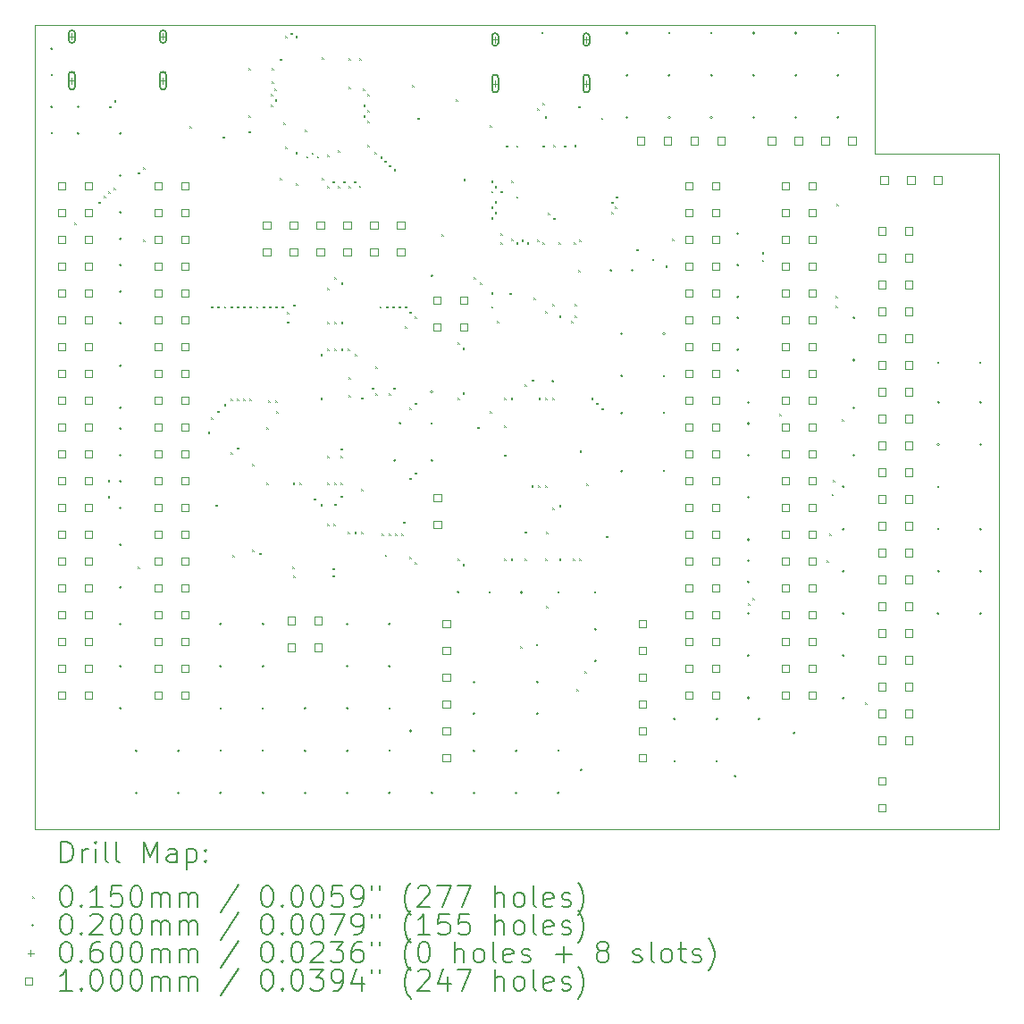
<source format=gbr>
%TF.GenerationSoftware,KiCad,Pcbnew,(6.0.7)*%
%TF.CreationDate,2023-08-04T00:04:35+07:00*%
%TF.ProjectId,ECELab_v1,4543454c-6162-45f7-9631-2e6b69636164,rev?*%
%TF.SameCoordinates,Original*%
%TF.FileFunction,Drillmap*%
%TF.FilePolarity,Positive*%
%FSLAX45Y45*%
G04 Gerber Fmt 4.5, Leading zero omitted, Abs format (unit mm)*
G04 Created by KiCad (PCBNEW (6.0.7)) date 2023-08-04 00:04:35*
%MOMM*%
%LPD*%
G01*
G04 APERTURE LIST*
%ADD10C,0.100000*%
%ADD11C,0.200000*%
%ADD12C,0.015000*%
%ADD13C,0.020000*%
%ADD14C,0.060000*%
G04 APERTURE END LIST*
D10*
X16835965Y-14445000D02*
X16836035Y-6822000D01*
X25973680Y-14445000D02*
X16835965Y-14445000D01*
X16836035Y-6822000D02*
X24800000Y-6822000D01*
X24800360Y-8041640D02*
X25974040Y-8041640D01*
X24800000Y-6822000D02*
X24800360Y-8041640D01*
X25974040Y-8041640D02*
X25973680Y-14445000D01*
D11*
D12*
X17211160Y-8694540D02*
X17226160Y-8709540D01*
X17226160Y-8694540D02*
X17211160Y-8709540D01*
X17442300Y-8496420D02*
X17457300Y-8511420D01*
X17457300Y-8496420D02*
X17442300Y-8511420D01*
X17490560Y-8440540D02*
X17505560Y-8455540D01*
X17505560Y-8440540D02*
X17490560Y-8455540D01*
X17531200Y-11132940D02*
X17546200Y-11147940D01*
X17546200Y-11132940D02*
X17531200Y-11147940D01*
X17531200Y-11287880D02*
X17546200Y-11302880D01*
X17546200Y-11287880D02*
X17531200Y-11302880D01*
X17536280Y-8402440D02*
X17551280Y-8417440D01*
X17551280Y-8402440D02*
X17536280Y-8417440D01*
X17541360Y-7592180D02*
X17556360Y-7607180D01*
X17556360Y-7592180D02*
X17541360Y-7607180D01*
X17584540Y-8364340D02*
X17599540Y-8379340D01*
X17599540Y-8364340D02*
X17584540Y-8379340D01*
X17589620Y-7536300D02*
X17604620Y-7551300D01*
X17604620Y-7536300D02*
X17589620Y-7551300D01*
X17815680Y-8217020D02*
X17830680Y-8232020D01*
X17830680Y-8217020D02*
X17815680Y-8232020D01*
X17815680Y-11955900D02*
X17830680Y-11970900D01*
X17830680Y-11955900D02*
X17815680Y-11970900D01*
X17863940Y-8168760D02*
X17878940Y-8183760D01*
X17878940Y-8168760D02*
X17863940Y-8183760D01*
X17863940Y-8854560D02*
X17878940Y-8869560D01*
X17878940Y-8854560D02*
X17863940Y-8869560D01*
X18303360Y-7780140D02*
X18318360Y-7795140D01*
X18318360Y-7780140D02*
X18303360Y-7795140D01*
X18478620Y-10678280D02*
X18493620Y-10693280D01*
X18493620Y-10678280D02*
X18478620Y-10693280D01*
X18509100Y-9487020D02*
X18524100Y-9502020D01*
X18524100Y-9487020D02*
X18509100Y-9502020D01*
X18509100Y-10543660D02*
X18524100Y-10558660D01*
X18524100Y-10543660D02*
X18509100Y-10558660D01*
X18549740Y-11366620D02*
X18564740Y-11381620D01*
X18564740Y-11366620D02*
X18549740Y-11381620D01*
X18570060Y-9487020D02*
X18585060Y-9502020D01*
X18585060Y-9487020D02*
X18570060Y-9502020D01*
X18570060Y-10477620D02*
X18585060Y-10492620D01*
X18585060Y-10477620D02*
X18570060Y-10492620D01*
X18618320Y-7879200D02*
X18633320Y-7894200D01*
X18633320Y-7879200D02*
X18618320Y-7894200D01*
X18631020Y-9487020D02*
X18646020Y-9502020D01*
X18646020Y-9487020D02*
X18631020Y-9502020D01*
X18631020Y-10416660D02*
X18646020Y-10431660D01*
X18646020Y-10416660D02*
X18631020Y-10431660D01*
X18691980Y-9487020D02*
X18706980Y-9502020D01*
X18706980Y-9487020D02*
X18691980Y-9502020D01*
X18691980Y-10365860D02*
X18706980Y-10380860D01*
X18706980Y-10365860D02*
X18691980Y-10380860D01*
X18691980Y-10873860D02*
X18706980Y-10888860D01*
X18706980Y-10873860D02*
X18691980Y-10888860D01*
X18709760Y-11846680D02*
X18724760Y-11861680D01*
X18724760Y-11846680D02*
X18709760Y-11861680D01*
X18752940Y-9487020D02*
X18767940Y-9502020D01*
X18767940Y-9487020D02*
X18752940Y-9502020D01*
X18752940Y-10365860D02*
X18767940Y-10380860D01*
X18767940Y-10365860D02*
X18752940Y-10380860D01*
X18752940Y-10825600D02*
X18767940Y-10840600D01*
X18767940Y-10825600D02*
X18752940Y-10840600D01*
X18813900Y-9487020D02*
X18828900Y-9502020D01*
X18828900Y-9487020D02*
X18813900Y-9502020D01*
X18813900Y-10365860D02*
X18828900Y-10380860D01*
X18828900Y-10365860D02*
X18813900Y-10380860D01*
X18862160Y-7228960D02*
X18877160Y-7243960D01*
X18877160Y-7228960D02*
X18862160Y-7243960D01*
X18862160Y-7678540D02*
X18877160Y-7693540D01*
X18877160Y-7678540D02*
X18862160Y-7693540D01*
X18862160Y-7828400D02*
X18877160Y-7843400D01*
X18877160Y-7828400D02*
X18862160Y-7843400D01*
X18874860Y-9487020D02*
X18889860Y-9502020D01*
X18889860Y-9487020D02*
X18874860Y-9502020D01*
X18874860Y-10365860D02*
X18889860Y-10380860D01*
X18889860Y-10365860D02*
X18874860Y-10380860D01*
X18900260Y-10983080D02*
X18915260Y-10998080D01*
X18915260Y-10983080D02*
X18900260Y-10998080D01*
X18900260Y-11793340D02*
X18915260Y-11808340D01*
X18915260Y-11793340D02*
X18900260Y-11808340D01*
X18935820Y-9487020D02*
X18950820Y-9502020D01*
X18950820Y-9487020D02*
X18935820Y-9502020D01*
X18963760Y-11823820D02*
X18978760Y-11838820D01*
X18978760Y-11823820D02*
X18963760Y-11838820D01*
X18996780Y-9487020D02*
X19011780Y-9502020D01*
X19011780Y-9487020D02*
X18996780Y-9502020D01*
X19032340Y-10635100D02*
X19047340Y-10650100D01*
X19047340Y-10635100D02*
X19032340Y-10650100D01*
X19034880Y-11160880D02*
X19049880Y-11175880D01*
X19049880Y-11160880D02*
X19034880Y-11175880D01*
X19047580Y-10378560D02*
X19062580Y-10393560D01*
X19062580Y-10378560D02*
X19047580Y-10393560D01*
X19057740Y-9487020D02*
X19072740Y-9502020D01*
X19072740Y-9487020D02*
X19057740Y-9502020D01*
X19072980Y-7477880D02*
X19087980Y-7492880D01*
X19087980Y-7477880D02*
X19072980Y-7492880D01*
X19072980Y-7576940D02*
X19087980Y-7591940D01*
X19087980Y-7576940D02*
X19072980Y-7591940D01*
X19083140Y-7355960D02*
X19098140Y-7370960D01*
X19098140Y-7355960D02*
X19083140Y-7370960D01*
X19085680Y-7231500D02*
X19100680Y-7246500D01*
X19100680Y-7231500D02*
X19085680Y-7246500D01*
X19108540Y-7427080D02*
X19123540Y-7442080D01*
X19123540Y-7427080D02*
X19108540Y-7442080D01*
X19113620Y-7528680D02*
X19128620Y-7543680D01*
X19128620Y-7528680D02*
X19113620Y-7543680D01*
X19118700Y-9487020D02*
X19133700Y-9502020D01*
X19133700Y-9487020D02*
X19118700Y-9502020D01*
X19118700Y-10378560D02*
X19133700Y-10393560D01*
X19133700Y-10378560D02*
X19118700Y-10393560D01*
X19126320Y-10482700D02*
X19141320Y-10497700D01*
X19141320Y-10482700D02*
X19126320Y-10497700D01*
X19159340Y-7142600D02*
X19174340Y-7157600D01*
X19174340Y-7142600D02*
X19159340Y-7157600D01*
X19161880Y-8275440D02*
X19176880Y-8290440D01*
X19176880Y-8275440D02*
X19161880Y-8290440D01*
X19179660Y-9487020D02*
X19194660Y-9502020D01*
X19194660Y-9487020D02*
X19179660Y-9502020D01*
X19194900Y-7749660D02*
X19209900Y-7764660D01*
X19209900Y-7749660D02*
X19194900Y-7764660D01*
X19210140Y-6929240D02*
X19225140Y-6944240D01*
X19225140Y-6929240D02*
X19210140Y-6944240D01*
X19210140Y-7978260D02*
X19225140Y-7993260D01*
X19225140Y-7978260D02*
X19210140Y-7993260D01*
X19227920Y-9542900D02*
X19242920Y-9557900D01*
X19242920Y-9542900D02*
X19227920Y-9557900D01*
X19227920Y-9631800D02*
X19242920Y-9646800D01*
X19242920Y-9631800D02*
X19227920Y-9646800D01*
X19260940Y-6896220D02*
X19275940Y-6911220D01*
X19275940Y-6896220D02*
X19260940Y-6911220D01*
X19278720Y-11953360D02*
X19293720Y-11968360D01*
X19293720Y-11953360D02*
X19278720Y-11968360D01*
X19283800Y-11160880D02*
X19298800Y-11175880D01*
X19298800Y-11160880D02*
X19283800Y-11175880D01*
X19285000Y-12041060D02*
X19300000Y-12056060D01*
X19300000Y-12041060D02*
X19285000Y-12056060D01*
X19286340Y-9471780D02*
X19301340Y-9486780D01*
X19301340Y-9471780D02*
X19286340Y-9486780D01*
X19309200Y-6929240D02*
X19324200Y-6944240D01*
X19324200Y-6929240D02*
X19309200Y-6944240D01*
X19309460Y-8026780D02*
X19324460Y-8041780D01*
X19324460Y-8026780D02*
X19309460Y-8041780D01*
X19311740Y-8323700D02*
X19326740Y-8338700D01*
X19326740Y-8323700D02*
X19311740Y-8338700D01*
X19349840Y-11160880D02*
X19364840Y-11175880D01*
X19364840Y-11160880D02*
X19349840Y-11175880D01*
X19399691Y-7817047D02*
X19414691Y-7832047D01*
X19414691Y-7817047D02*
X19399691Y-7832047D01*
X19410800Y-8064620D02*
X19425800Y-8079620D01*
X19425800Y-8064620D02*
X19410800Y-8079620D01*
X19461600Y-8031600D02*
X19476600Y-8046600D01*
X19476600Y-8031600D02*
X19461600Y-8046600D01*
X19479380Y-11308200D02*
X19494380Y-11323200D01*
X19494380Y-11308200D02*
X19479380Y-11323200D01*
X19512400Y-8064620D02*
X19527400Y-8079620D01*
X19527400Y-8064620D02*
X19512400Y-8079620D01*
X19545420Y-9939140D02*
X19560420Y-9954140D01*
X19560420Y-9939140D02*
X19545420Y-9954140D01*
X19545420Y-10353160D02*
X19560420Y-10368160D01*
X19560420Y-10353160D02*
X19545420Y-10368160D01*
X19545420Y-11364080D02*
X19560420Y-11379080D01*
X19560420Y-11364080D02*
X19545420Y-11379080D01*
X19560660Y-7132440D02*
X19575660Y-7147440D01*
X19575660Y-7132440D02*
X19560660Y-7147440D01*
X19560660Y-8275440D02*
X19575660Y-8290440D01*
X19575660Y-8275440D02*
X19560660Y-8290440D01*
X19606380Y-11549500D02*
X19621380Y-11564500D01*
X19621380Y-11549500D02*
X19606380Y-11564500D01*
X19608920Y-10906880D02*
X19623920Y-10921880D01*
X19623920Y-10906880D02*
X19608920Y-10921880D01*
X19608920Y-11160880D02*
X19623920Y-11175880D01*
X19623920Y-11160880D02*
X19608920Y-11175880D01*
X19610211Y-8345965D02*
X19625211Y-8360965D01*
X19625211Y-8345965D02*
X19610211Y-8360965D01*
X19610339Y-8051366D02*
X19625339Y-8066366D01*
X19625339Y-8051366D02*
X19610339Y-8066366D01*
X19611460Y-9311760D02*
X19626460Y-9326760D01*
X19626460Y-9311760D02*
X19611460Y-9326760D01*
X19611460Y-9634340D02*
X19626460Y-9649340D01*
X19626460Y-9634340D02*
X19611460Y-9649340D01*
X19611460Y-9890880D02*
X19626460Y-9905880D01*
X19626460Y-9890880D02*
X19611460Y-9905880D01*
X19659720Y-11968600D02*
X19674720Y-11983600D01*
X19674720Y-11968600D02*
X19659720Y-11983600D01*
X19659720Y-12037180D02*
X19674720Y-12052180D01*
X19674720Y-12037180D02*
X19659720Y-12052180D01*
X19660220Y-8301980D02*
X19675220Y-8316980D01*
X19675220Y-8301980D02*
X19660220Y-8316980D01*
X19667340Y-11549500D02*
X19682340Y-11564500D01*
X19682340Y-11549500D02*
X19667340Y-11564500D01*
X19674960Y-9215240D02*
X19689960Y-9230240D01*
X19689960Y-9215240D02*
X19674960Y-9230240D01*
X19674960Y-9634340D02*
X19689960Y-9649340D01*
X19689960Y-9634340D02*
X19674960Y-9649340D01*
X19674960Y-9890880D02*
X19689960Y-9905880D01*
X19689960Y-9890880D02*
X19674960Y-9905880D01*
X19674960Y-11160880D02*
X19689960Y-11175880D01*
X19689960Y-11160880D02*
X19674960Y-11175880D01*
X19674960Y-11359000D02*
X19689960Y-11374000D01*
X19689960Y-11359000D02*
X19674960Y-11374000D01*
X19710265Y-8346060D02*
X19725265Y-8361060D01*
X19725265Y-8346060D02*
X19710265Y-8361060D01*
X19711991Y-8011201D02*
X19726991Y-8026201D01*
X19726991Y-8011201D02*
X19711991Y-8026201D01*
X19738460Y-10833220D02*
X19753460Y-10848220D01*
X19753460Y-10833220D02*
X19738460Y-10848220D01*
X19738460Y-10904340D02*
X19753460Y-10919340D01*
X19753460Y-10904340D02*
X19738460Y-10919340D01*
X19738460Y-11160880D02*
X19753460Y-11175880D01*
X19753460Y-11160880D02*
X19738460Y-11175880D01*
X19738460Y-11282800D02*
X19753460Y-11297800D01*
X19753460Y-11282800D02*
X19738460Y-11297800D01*
X19741000Y-9263500D02*
X19756000Y-9278500D01*
X19756000Y-9263500D02*
X19741000Y-9278500D01*
X19741000Y-9634340D02*
X19756000Y-9649340D01*
X19756000Y-9634340D02*
X19741000Y-9649340D01*
X19741000Y-9890880D02*
X19756000Y-9905880D01*
X19756000Y-9890880D02*
X19741000Y-9905880D01*
X19760286Y-8301979D02*
X19775286Y-8316979D01*
X19775286Y-8301979D02*
X19760286Y-8316979D01*
X19804500Y-9890880D02*
X19819500Y-9905880D01*
X19819500Y-9890880D02*
X19804500Y-9905880D01*
X19804500Y-11623160D02*
X19819500Y-11638160D01*
X19819500Y-11623160D02*
X19804500Y-11638160D01*
X19809580Y-10162660D02*
X19824580Y-10177660D01*
X19824580Y-10162660D02*
X19809580Y-10177660D01*
X19809580Y-10327760D02*
X19824580Y-10342760D01*
X19824580Y-10327760D02*
X19809580Y-10342760D01*
X19810183Y-7137279D02*
X19825183Y-7152279D01*
X19825183Y-7137279D02*
X19810183Y-7152279D01*
X19810258Y-7409312D02*
X19825258Y-7424312D01*
X19825258Y-7409312D02*
X19810258Y-7424312D01*
X19810295Y-8346060D02*
X19825295Y-8361060D01*
X19825295Y-8346060D02*
X19810295Y-8361060D01*
X19860410Y-8301848D02*
X19875410Y-8316848D01*
X19875410Y-8301848D02*
X19860410Y-8316848D01*
X19868000Y-11623160D02*
X19883000Y-11638160D01*
X19883000Y-11623160D02*
X19868000Y-11638160D01*
X19870540Y-9939140D02*
X19885540Y-9954140D01*
X19885540Y-9939140D02*
X19870540Y-9954140D01*
X19910198Y-8345666D02*
X19925198Y-8360666D01*
X19925198Y-8345666D02*
X19910198Y-8360666D01*
X19911180Y-7140060D02*
X19926180Y-7155060D01*
X19926180Y-7140060D02*
X19911180Y-7155060D01*
X19934040Y-10350620D02*
X19949040Y-10365620D01*
X19949040Y-10350620D02*
X19934040Y-10365620D01*
X19934040Y-11219300D02*
X19949040Y-11234300D01*
X19949040Y-11219300D02*
X19934040Y-11234300D01*
X19934040Y-11623160D02*
X19949040Y-11638160D01*
X19949040Y-11623160D02*
X19934040Y-11638160D01*
X19950870Y-7427239D02*
X19965870Y-7442239D01*
X19965870Y-7427239D02*
X19950870Y-7442239D01*
X19951504Y-7577304D02*
X19966504Y-7592304D01*
X19966504Y-7577304D02*
X19951504Y-7592304D01*
X19951739Y-7677686D02*
X19966739Y-7692686D01*
X19966739Y-7677686D02*
X19951739Y-7692686D01*
X19991528Y-7627303D02*
X20006528Y-7642303D01*
X20006528Y-7627303D02*
X19991528Y-7642303D01*
X19991830Y-7727776D02*
X20006830Y-7742776D01*
X20006830Y-7727776D02*
X19991830Y-7742776D01*
X19992102Y-7957522D02*
X20007102Y-7972522D01*
X20007102Y-7957522D02*
X19992102Y-7972522D01*
X19992282Y-7477375D02*
X20007282Y-7492375D01*
X20007282Y-7477375D02*
X19992282Y-7492375D01*
X20035640Y-10259180D02*
X20050640Y-10274180D01*
X20050640Y-10259180D02*
X20035640Y-10274180D01*
X20061016Y-8025237D02*
X20076016Y-8040237D01*
X20076016Y-8025237D02*
X20061016Y-8040237D01*
X20063580Y-10315060D02*
X20078580Y-10330060D01*
X20078580Y-10315060D02*
X20063580Y-10330060D01*
X20066120Y-10061060D02*
X20081120Y-10076060D01*
X20081120Y-10061060D02*
X20066120Y-10076060D01*
X20104220Y-9487020D02*
X20119220Y-9502020D01*
X20119220Y-9487020D02*
X20104220Y-9502020D01*
X20112990Y-8066747D02*
X20127990Y-8081747D01*
X20127990Y-8066747D02*
X20112990Y-8081747D01*
X20124540Y-11643480D02*
X20139540Y-11658480D01*
X20139540Y-11643480D02*
X20124540Y-11658480D01*
X20154315Y-8108225D02*
X20169315Y-8123225D01*
X20169315Y-8108225D02*
X20154315Y-8123225D01*
X20155020Y-11841600D02*
X20170020Y-11856600D01*
X20170020Y-11841600D02*
X20155020Y-11856600D01*
X20165180Y-9487020D02*
X20180180Y-9502020D01*
X20180180Y-9487020D02*
X20165180Y-9502020D01*
X20190580Y-10315060D02*
X20205580Y-10330060D01*
X20205580Y-10315060D02*
X20190580Y-10330060D01*
X20193120Y-11643480D02*
X20208120Y-11658480D01*
X20208120Y-11643480D02*
X20193120Y-11658480D01*
X20196054Y-8149759D02*
X20211054Y-8164759D01*
X20211054Y-8149759D02*
X20196054Y-8164759D01*
X20226140Y-9487020D02*
X20241140Y-9502020D01*
X20241140Y-9487020D02*
X20226140Y-9502020D01*
X20238840Y-10259180D02*
X20253840Y-10274180D01*
X20253840Y-10259180D02*
X20238840Y-10274180D01*
X20240167Y-8191378D02*
X20255167Y-8206378D01*
X20255167Y-8191378D02*
X20240167Y-8206378D01*
X20254080Y-11643480D02*
X20269080Y-11658480D01*
X20269080Y-11643480D02*
X20254080Y-11658480D01*
X20287100Y-9487020D02*
X20302100Y-9502020D01*
X20302100Y-9487020D02*
X20287100Y-9502020D01*
X20312500Y-11643480D02*
X20327500Y-11658480D01*
X20327500Y-11643480D02*
X20312500Y-11658480D01*
X20327740Y-11529180D02*
X20342740Y-11544180D01*
X20342740Y-11529180D02*
X20327740Y-11544180D01*
X20348060Y-9487020D02*
X20363060Y-9502020D01*
X20363060Y-9487020D02*
X20348060Y-9502020D01*
X20348060Y-9680060D02*
X20363060Y-9695060D01*
X20363060Y-9680060D02*
X20348060Y-9695060D01*
X20391240Y-9537820D02*
X20406240Y-9552820D01*
X20406240Y-9537820D02*
X20391240Y-9552820D01*
X20391240Y-10449680D02*
X20406240Y-10464680D01*
X20406240Y-10449680D02*
X20391240Y-10464680D01*
X20391240Y-11112620D02*
X20406240Y-11127620D01*
X20406240Y-11112620D02*
X20391240Y-11127620D01*
X20391240Y-11861920D02*
X20406240Y-11876920D01*
X20406240Y-11861920D02*
X20391240Y-11876920D01*
X20410753Y-7389178D02*
X20425753Y-7404178D01*
X20425753Y-7389178D02*
X20410753Y-7404178D01*
X20439500Y-9583540D02*
X20454500Y-9598540D01*
X20454500Y-9583540D02*
X20439500Y-9598540D01*
X20439500Y-10401420D02*
X20454500Y-10416420D01*
X20454500Y-10401420D02*
X20439500Y-10416420D01*
X20439500Y-11061820D02*
X20454500Y-11076820D01*
X20454500Y-11061820D02*
X20439500Y-11076820D01*
X20439500Y-11912720D02*
X20454500Y-11927720D01*
X20454500Y-11912720D02*
X20439500Y-11927720D01*
X20464920Y-7700514D02*
X20479920Y-7715514D01*
X20479920Y-7700514D02*
X20464920Y-7715514D01*
X20690960Y-8806300D02*
X20705960Y-8821300D01*
X20705960Y-8806300D02*
X20690960Y-8821300D01*
X20825580Y-7528680D02*
X20840580Y-7543680D01*
X20840580Y-7528680D02*
X20825580Y-7543680D01*
X20843360Y-9832460D02*
X20858360Y-9847460D01*
X20858360Y-9832460D02*
X20843360Y-9847460D01*
X20843360Y-10353160D02*
X20858360Y-10368160D01*
X20858360Y-10353160D02*
X20843360Y-10368160D01*
X20843360Y-11879700D02*
X20858360Y-11894700D01*
X20858360Y-11879700D02*
X20843360Y-11894700D01*
X20891620Y-9880720D02*
X20906620Y-9895720D01*
X20906620Y-9880720D02*
X20891620Y-9895720D01*
X20891620Y-10304900D02*
X20906620Y-10319900D01*
X20906620Y-10304900D02*
X20891620Y-10319900D01*
X20891620Y-11927960D02*
X20906620Y-11942960D01*
X20906620Y-11927960D02*
X20891620Y-11942960D01*
X20901428Y-8282468D02*
X20916428Y-8297468D01*
X20916428Y-8282468D02*
X20901428Y-8297468D01*
X20998300Y-9215240D02*
X21013300Y-9230240D01*
X21013300Y-9215240D02*
X20998300Y-9230240D01*
X21033860Y-10630020D02*
X21048860Y-10645020D01*
X21048860Y-10630020D02*
X21033860Y-10645020D01*
X21059260Y-9263500D02*
X21074260Y-9278500D01*
X21074260Y-9263500D02*
X21059260Y-9278500D01*
X21148160Y-7772520D02*
X21163160Y-7787520D01*
X21163160Y-7772520D02*
X21148160Y-7787520D01*
X21148160Y-10482700D02*
X21163160Y-10497700D01*
X21163160Y-10482700D02*
X21148160Y-10497700D01*
X21163400Y-8295760D02*
X21178400Y-8310760D01*
X21178400Y-8295760D02*
X21163400Y-8310760D01*
X21163400Y-8394820D02*
X21178400Y-8409820D01*
X21178400Y-8394820D02*
X21163400Y-8409820D01*
X21163400Y-8544680D02*
X21178400Y-8559680D01*
X21178400Y-8544680D02*
X21163400Y-8559680D01*
X21163400Y-8646280D02*
X21178400Y-8661280D01*
X21178400Y-8646280D02*
X21163400Y-8661280D01*
X21163400Y-9357480D02*
X21178400Y-9372480D01*
X21178400Y-9357480D02*
X21163400Y-9372480D01*
X21163400Y-9487020D02*
X21178400Y-9502020D01*
X21178400Y-9487020D02*
X21163400Y-9502020D01*
X21196420Y-8346560D02*
X21211420Y-8361560D01*
X21211420Y-8346560D02*
X21196420Y-8361560D01*
X21196420Y-8493880D02*
X21211420Y-8508880D01*
X21211420Y-8493880D02*
X21196420Y-8508880D01*
X21196420Y-8595480D02*
X21211420Y-8610480D01*
X21211420Y-8595480D02*
X21196420Y-8610480D01*
X21219280Y-9626720D02*
X21234280Y-9641720D01*
X21234280Y-9626720D02*
X21219280Y-9641720D01*
X21249760Y-8882500D02*
X21264760Y-8897500D01*
X21264760Y-8882500D02*
X21249760Y-8897500D01*
X21252300Y-8394820D02*
X21267300Y-8409820D01*
X21267300Y-8394820D02*
X21252300Y-8409820D01*
X21252300Y-8796140D02*
X21267300Y-8811140D01*
X21267300Y-8796140D02*
X21252300Y-8811140D01*
X21282780Y-11882240D02*
X21297780Y-11897240D01*
X21297780Y-11882240D02*
X21282780Y-11897240D01*
X21285320Y-10353160D02*
X21300320Y-10368160D01*
X21300320Y-10353160D02*
X21285320Y-10368160D01*
X21285320Y-10617320D02*
X21300320Y-10632320D01*
X21300320Y-10617320D02*
X21285320Y-10632320D01*
X21285320Y-10894180D02*
X21300320Y-10909180D01*
X21300320Y-10894180D02*
X21285320Y-10909180D01*
X21300560Y-7963020D02*
X21315560Y-7978020D01*
X21315560Y-7963020D02*
X21300560Y-7978020D01*
X21338660Y-9360020D02*
X21353660Y-9375020D01*
X21353660Y-9360020D02*
X21338660Y-9375020D01*
X21348820Y-10353160D02*
X21363820Y-10368160D01*
X21363820Y-10353160D02*
X21348820Y-10368160D01*
X21348820Y-11882240D02*
X21363820Y-11897240D01*
X21363820Y-11882240D02*
X21348820Y-11897240D01*
X21351360Y-8295760D02*
X21366360Y-8310760D01*
X21366360Y-8295760D02*
X21351360Y-8310760D01*
X21351360Y-8849480D02*
X21366360Y-8864480D01*
X21366360Y-8849480D02*
X21351360Y-8864480D01*
X21399620Y-7963020D02*
X21414620Y-7978020D01*
X21414620Y-7963020D02*
X21399620Y-7978020D01*
X21399620Y-8445620D02*
X21414620Y-8460620D01*
X21414620Y-8445620D02*
X21399620Y-8460620D01*
X21399620Y-8882500D02*
X21414620Y-8897500D01*
X21414620Y-8882500D02*
X21399620Y-8897500D01*
X21440260Y-12707740D02*
X21455260Y-12722740D01*
X21455260Y-12707740D02*
X21440260Y-12722740D01*
X21450420Y-8854560D02*
X21465420Y-8869560D01*
X21465420Y-8854560D02*
X21450420Y-8869560D01*
X21480900Y-10231240D02*
X21495900Y-10246240D01*
X21495900Y-10231240D02*
X21480900Y-10246240D01*
X21480900Y-11882240D02*
X21495900Y-11897240D01*
X21495900Y-11882240D02*
X21480900Y-11897240D01*
X21481045Y-11621050D02*
X21496045Y-11636050D01*
X21496045Y-11621050D02*
X21481045Y-11636050D01*
X21501220Y-8882500D02*
X21516220Y-8897500D01*
X21516220Y-8882500D02*
X21501220Y-8897500D01*
X21544400Y-11183740D02*
X21559400Y-11198740D01*
X21559400Y-11183740D02*
X21544400Y-11198740D01*
X21546940Y-10182980D02*
X21561940Y-10197980D01*
X21561940Y-10182980D02*
X21546940Y-10197980D01*
X21567260Y-9405740D02*
X21582260Y-9420740D01*
X21582260Y-9405740D02*
X21567260Y-9420740D01*
X21600280Y-7609960D02*
X21615280Y-7624960D01*
X21615280Y-7609960D02*
X21600280Y-7624960D01*
X21600280Y-8854560D02*
X21615280Y-8869560D01*
X21615280Y-8854560D02*
X21600280Y-8869560D01*
X21610440Y-11183740D02*
X21625440Y-11198740D01*
X21625440Y-11183740D02*
X21610440Y-11198740D01*
X21611500Y-10354500D02*
X21626500Y-10369500D01*
X21626500Y-10354500D02*
X21611500Y-10369500D01*
X21651080Y-7564240D02*
X21666080Y-7579240D01*
X21666080Y-7564240D02*
X21651080Y-7579240D01*
X21651080Y-7963020D02*
X21666080Y-7978020D01*
X21666080Y-7963020D02*
X21651080Y-7978020D01*
X21651080Y-8882500D02*
X21666080Y-8897500D01*
X21666080Y-8882500D02*
X21651080Y-8897500D01*
X21671400Y-7691240D02*
X21686400Y-7706240D01*
X21686400Y-7691240D02*
X21671400Y-7706240D01*
X21673940Y-11882240D02*
X21688940Y-11897240D01*
X21688940Y-11882240D02*
X21673940Y-11897240D01*
X21675500Y-9532740D02*
X21690500Y-9547740D01*
X21690500Y-9532740D02*
X21675500Y-9547740D01*
X21676480Y-11183740D02*
X21691480Y-11198740D01*
X21691480Y-11183740D02*
X21676480Y-11198740D01*
X21676500Y-10354500D02*
X21691500Y-10369500D01*
X21691500Y-10354500D02*
X21676500Y-10369500D01*
X21686640Y-11623160D02*
X21701640Y-11638160D01*
X21701640Y-11623160D02*
X21686640Y-11638160D01*
X21686640Y-12326740D02*
X21701640Y-12341740D01*
X21701640Y-12326740D02*
X21686640Y-12341740D01*
X21699340Y-8600560D02*
X21714340Y-8615560D01*
X21714340Y-8600560D02*
X21699340Y-8615560D01*
X21739980Y-9466700D02*
X21754980Y-9481700D01*
X21754980Y-9466700D02*
X21739980Y-9481700D01*
X21739980Y-11397100D02*
X21754980Y-11412100D01*
X21754980Y-11397100D02*
X21739980Y-11412100D01*
X21741579Y-10353160D02*
X21756579Y-10368160D01*
X21756579Y-10353160D02*
X21741579Y-10368160D01*
X21750140Y-7957940D02*
X21765140Y-7972940D01*
X21765140Y-7957940D02*
X21750140Y-7972940D01*
X21752680Y-8648820D02*
X21767680Y-8663820D01*
X21767680Y-8648820D02*
X21752680Y-8663820D01*
X21800940Y-8882500D02*
X21815940Y-8897500D01*
X21815940Y-8882500D02*
X21800940Y-8897500D01*
X21806020Y-9578460D02*
X21821020Y-9593460D01*
X21821020Y-9578460D02*
X21806020Y-9593460D01*
X21806020Y-11369160D02*
X21821020Y-11384160D01*
X21821020Y-11369160D02*
X21806020Y-11384160D01*
X21806020Y-11882240D02*
X21821020Y-11897240D01*
X21821020Y-11882240D02*
X21806020Y-11897240D01*
X21851740Y-7963020D02*
X21866740Y-7978020D01*
X21866740Y-7963020D02*
X21851740Y-7978020D01*
X21917780Y-9629260D02*
X21932780Y-9644260D01*
X21932780Y-9629260D02*
X21917780Y-9644260D01*
X21935560Y-11882240D02*
X21950560Y-11897240D01*
X21950560Y-11882240D02*
X21935560Y-11897240D01*
X21943180Y-8882500D02*
X21958180Y-8897500D01*
X21958180Y-8882500D02*
X21943180Y-8897500D01*
X21950800Y-7957940D02*
X21965800Y-7972940D01*
X21965800Y-7957940D02*
X21950800Y-7972940D01*
X21955880Y-9466700D02*
X21970880Y-9481700D01*
X21970880Y-9466700D02*
X21955880Y-9481700D01*
X21955880Y-9578460D02*
X21970880Y-9593460D01*
X21970880Y-9578460D02*
X21955880Y-9593460D01*
X21968580Y-13116680D02*
X21983580Y-13131680D01*
X21983580Y-13116680D02*
X21968580Y-13131680D01*
X21986360Y-7592180D02*
X22001360Y-7607180D01*
X22001360Y-7592180D02*
X21986360Y-7607180D01*
X21988900Y-9146660D02*
X22003900Y-9161660D01*
X22003900Y-9146660D02*
X21988900Y-9161660D01*
X21999060Y-8854560D02*
X22014060Y-8869560D01*
X22014060Y-8854560D02*
X21999060Y-8869560D01*
X21999060Y-11882240D02*
X22014060Y-11897240D01*
X22014060Y-11882240D02*
X21999060Y-11897240D01*
X22001600Y-10853540D02*
X22016600Y-10868540D01*
X22016600Y-10853540D02*
X22001600Y-10868540D01*
X22049860Y-12946500D02*
X22064860Y-12961500D01*
X22064860Y-12946500D02*
X22049860Y-12961500D01*
X22065100Y-11165960D02*
X22080100Y-11180960D01*
X22080100Y-11165960D02*
X22065100Y-11180960D01*
X22110500Y-10353160D02*
X22125500Y-10368160D01*
X22125500Y-10353160D02*
X22110500Y-10368160D01*
X22158500Y-10401500D02*
X22173500Y-10416500D01*
X22173500Y-10401500D02*
X22158500Y-10416500D01*
X22204800Y-7701400D02*
X22219800Y-7716400D01*
X22219800Y-7701400D02*
X22204800Y-7716400D01*
X22205500Y-10452500D02*
X22220500Y-10467500D01*
X22220500Y-10452500D02*
X22205500Y-10467500D01*
X22253060Y-11663800D02*
X22268060Y-11678800D01*
X22268060Y-11663800D02*
X22253060Y-11678800D01*
X22298780Y-8496420D02*
X22313780Y-8511420D01*
X22313780Y-8496420D02*
X22298780Y-8511420D01*
X22298780Y-8595480D02*
X22313780Y-8610480D01*
X22313780Y-8595480D02*
X22298780Y-8610480D01*
X22334340Y-8544680D02*
X22349340Y-8559680D01*
X22349340Y-8544680D02*
X22334340Y-8559680D01*
X22347040Y-8445620D02*
X22362040Y-8460620D01*
X22362040Y-8445620D02*
X22347040Y-8460620D01*
X22537540Y-8946000D02*
X22552540Y-8961000D01*
X22552540Y-8946000D02*
X22537540Y-8961000D01*
X22814400Y-9103480D02*
X22829400Y-9118480D01*
X22829400Y-9103480D02*
X22814400Y-9118480D01*
X22880440Y-8846940D02*
X22895440Y-8861940D01*
X22895440Y-8846940D02*
X22880440Y-8861940D01*
X23599260Y-12303880D02*
X23614260Y-12318880D01*
X23614260Y-12303880D02*
X23599260Y-12318880D01*
X23642440Y-12250540D02*
X23657440Y-12265540D01*
X23657440Y-12250540D02*
X23642440Y-12265540D01*
X23728800Y-8976480D02*
X23743800Y-8991480D01*
X23743800Y-8976480D02*
X23728800Y-8991480D01*
X23728800Y-9047600D02*
X23743800Y-9062600D01*
X23743800Y-9047600D02*
X23728800Y-9062600D01*
X23891360Y-10505560D02*
X23906360Y-10520560D01*
X23906360Y-10505560D02*
X23891360Y-10520560D01*
X24343480Y-11897480D02*
X24358480Y-11912480D01*
X24358480Y-11897480D02*
X24343480Y-11912480D01*
X24366340Y-11640940D02*
X24381340Y-11655940D01*
X24381340Y-11640940D02*
X24366340Y-11655940D01*
X24389200Y-11265020D02*
X24404200Y-11280020D01*
X24404200Y-11265020D02*
X24389200Y-11280020D01*
X24401900Y-11132940D02*
X24416900Y-11147940D01*
X24416900Y-11132940D02*
X24401900Y-11147940D01*
X24429840Y-9393040D02*
X24444840Y-9408040D01*
X24444840Y-9393040D02*
X24429840Y-9408040D01*
X24429840Y-9481940D02*
X24444840Y-9496940D01*
X24444840Y-9481940D02*
X24429840Y-9496940D01*
X24434920Y-8519280D02*
X24449920Y-8534280D01*
X24449920Y-8519280D02*
X24434920Y-8534280D01*
X24483180Y-10561440D02*
X24498180Y-10576440D01*
X24498180Y-10561440D02*
X24483180Y-10576440D01*
X24704160Y-13243680D02*
X24719160Y-13258680D01*
X24719160Y-13243680D02*
X24704160Y-13258680D01*
D13*
X17010000Y-7050000D02*
G75*
G03*
X17010000Y-7050000I-10000J0D01*
G01*
X17010000Y-7300000D02*
G75*
G03*
X17010000Y-7300000I-10000J0D01*
G01*
X17010000Y-7600000D02*
G75*
G03*
X17010000Y-7600000I-10000J0D01*
G01*
X17010000Y-7850000D02*
G75*
G03*
X17010000Y-7850000I-10000J0D01*
G01*
X17260000Y-7600000D02*
G75*
G03*
X17260000Y-7600000I-10000J0D01*
G01*
X17260000Y-7850000D02*
G75*
G03*
X17260000Y-7850000I-10000J0D01*
G01*
X17660000Y-7850000D02*
G75*
G03*
X17660000Y-7850000I-10000J0D01*
G01*
X17660000Y-8250000D02*
G75*
G03*
X17660000Y-8250000I-10000J0D01*
G01*
X17660000Y-8600000D02*
G75*
G03*
X17660000Y-8600000I-10000J0D01*
G01*
X17660000Y-8850000D02*
G75*
G03*
X17660000Y-8850000I-10000J0D01*
G01*
X17660000Y-9100000D02*
G75*
G03*
X17660000Y-9100000I-10000J0D01*
G01*
X17660000Y-9350000D02*
G75*
G03*
X17660000Y-9350000I-10000J0D01*
G01*
X17660000Y-9650000D02*
G75*
G03*
X17660000Y-9650000I-10000J0D01*
G01*
X17660000Y-10050000D02*
G75*
G03*
X17660000Y-10050000I-10000J0D01*
G01*
X17660000Y-10450000D02*
G75*
G03*
X17660000Y-10450000I-10000J0D01*
G01*
X17660000Y-10650000D02*
G75*
G03*
X17660000Y-10650000I-10000J0D01*
G01*
X17660000Y-10900000D02*
G75*
G03*
X17660000Y-10900000I-10000J0D01*
G01*
X17660000Y-11150000D02*
G75*
G03*
X17660000Y-11150000I-10000J0D01*
G01*
X17660000Y-11400000D02*
G75*
G03*
X17660000Y-11400000I-10000J0D01*
G01*
X17660000Y-11750000D02*
G75*
G03*
X17660000Y-11750000I-10000J0D01*
G01*
X17660000Y-12150000D02*
G75*
G03*
X17660000Y-12150000I-10000J0D01*
G01*
X17660000Y-12500000D02*
G75*
G03*
X17660000Y-12500000I-10000J0D01*
G01*
X17660000Y-12900000D02*
G75*
G03*
X17660000Y-12900000I-10000J0D01*
G01*
X17660000Y-13300000D02*
G75*
G03*
X17660000Y-13300000I-10000J0D01*
G01*
X17810000Y-13700000D02*
G75*
G03*
X17810000Y-13700000I-10000J0D01*
G01*
X17810000Y-14100000D02*
G75*
G03*
X17810000Y-14100000I-10000J0D01*
G01*
X18210000Y-13700000D02*
G75*
G03*
X18210000Y-13700000I-10000J0D01*
G01*
X18210000Y-14100000D02*
G75*
G03*
X18210000Y-14100000I-10000J0D01*
G01*
X18610000Y-12500000D02*
G75*
G03*
X18610000Y-12500000I-10000J0D01*
G01*
X18610000Y-12900000D02*
G75*
G03*
X18610000Y-12900000I-10000J0D01*
G01*
X18610000Y-13300000D02*
G75*
G03*
X18610000Y-13300000I-10000J0D01*
G01*
X18610000Y-13700000D02*
G75*
G03*
X18610000Y-13700000I-10000J0D01*
G01*
X18610000Y-14100000D02*
G75*
G03*
X18610000Y-14100000I-10000J0D01*
G01*
X19010000Y-12500000D02*
G75*
G03*
X19010000Y-12500000I-10000J0D01*
G01*
X19010000Y-12900000D02*
G75*
G03*
X19010000Y-12900000I-10000J0D01*
G01*
X19010000Y-13300000D02*
G75*
G03*
X19010000Y-13300000I-10000J0D01*
G01*
X19010000Y-13700000D02*
G75*
G03*
X19010000Y-13700000I-10000J0D01*
G01*
X19010000Y-14100000D02*
G75*
G03*
X19010000Y-14100000I-10000J0D01*
G01*
X19410000Y-13300000D02*
G75*
G03*
X19410000Y-13300000I-10000J0D01*
G01*
X19410000Y-13700000D02*
G75*
G03*
X19410000Y-13700000I-10000J0D01*
G01*
X19410000Y-14100000D02*
G75*
G03*
X19410000Y-14100000I-10000J0D01*
G01*
X19810000Y-12500000D02*
G75*
G03*
X19810000Y-12500000I-10000J0D01*
G01*
X19810000Y-12900000D02*
G75*
G03*
X19810000Y-12900000I-10000J0D01*
G01*
X19810000Y-13300000D02*
G75*
G03*
X19810000Y-13300000I-10000J0D01*
G01*
X19810000Y-13700000D02*
G75*
G03*
X19810000Y-13700000I-10000J0D01*
G01*
X19810000Y-14100000D02*
G75*
G03*
X19810000Y-14100000I-10000J0D01*
G01*
X20210000Y-12500000D02*
G75*
G03*
X20210000Y-12500000I-10000J0D01*
G01*
X20210000Y-12900000D02*
G75*
G03*
X20210000Y-12900000I-10000J0D01*
G01*
X20210000Y-13300000D02*
G75*
G03*
X20210000Y-13300000I-10000J0D01*
G01*
X20210000Y-13700000D02*
G75*
G03*
X20210000Y-13700000I-10000J0D01*
G01*
X20210000Y-14100000D02*
G75*
G03*
X20210000Y-14100000I-10000J0D01*
G01*
X20260000Y-10950000D02*
G75*
G03*
X20260000Y-10950000I-10000J0D01*
G01*
X20310000Y-10600000D02*
G75*
G03*
X20310000Y-10600000I-10000J0D01*
G01*
X20408740Y-13512800D02*
G75*
G03*
X20408740Y-13512800I-10000J0D01*
G01*
X20610000Y-9200000D02*
G75*
G03*
X20610000Y-9200000I-10000J0D01*
G01*
X20610000Y-10300000D02*
G75*
G03*
X20610000Y-10300000I-10000J0D01*
G01*
X20610000Y-10600000D02*
G75*
G03*
X20610000Y-10600000I-10000J0D01*
G01*
X20610000Y-10950000D02*
G75*
G03*
X20610000Y-10950000I-10000J0D01*
G01*
X20610000Y-14100000D02*
G75*
G03*
X20610000Y-14100000I-10000J0D01*
G01*
X20860000Y-12200000D02*
G75*
G03*
X20860000Y-12200000I-10000J0D01*
G01*
X21010000Y-13050000D02*
G75*
G03*
X21010000Y-13050000I-10000J0D01*
G01*
X21010000Y-13350000D02*
G75*
G03*
X21010000Y-13350000I-10000J0D01*
G01*
X21010000Y-13700000D02*
G75*
G03*
X21010000Y-13700000I-10000J0D01*
G01*
X21010000Y-14100000D02*
G75*
G03*
X21010000Y-14100000I-10000J0D01*
G01*
X21160000Y-12200000D02*
G75*
G03*
X21160000Y-12200000I-10000J0D01*
G01*
X21410000Y-13700000D02*
G75*
G03*
X21410000Y-13700000I-10000J0D01*
G01*
X21410000Y-14100000D02*
G75*
G03*
X21410000Y-14100000I-10000J0D01*
G01*
X21460000Y-12200000D02*
G75*
G03*
X21460000Y-12200000I-10000J0D01*
G01*
X21610000Y-12700000D02*
G75*
G03*
X21610000Y-12700000I-10000J0D01*
G01*
X21610000Y-13050000D02*
G75*
G03*
X21610000Y-13050000I-10000J0D01*
G01*
X21610000Y-13350000D02*
G75*
G03*
X21610000Y-13350000I-10000J0D01*
G01*
X21660000Y-6900000D02*
G75*
G03*
X21660000Y-6900000I-10000J0D01*
G01*
X21760000Y-10200000D02*
G75*
G03*
X21760000Y-10200000I-10000J0D01*
G01*
X21810000Y-12200000D02*
G75*
G03*
X21810000Y-12200000I-10000J0D01*
G01*
X21810000Y-13700000D02*
G75*
G03*
X21810000Y-13700000I-10000J0D01*
G01*
X21810000Y-14100000D02*
G75*
G03*
X21810000Y-14100000I-10000J0D01*
G01*
X22026720Y-13883640D02*
G75*
G03*
X22026720Y-13883640I-10000J0D01*
G01*
X22160000Y-12200000D02*
G75*
G03*
X22160000Y-12200000I-10000J0D01*
G01*
X22160000Y-12550000D02*
G75*
G03*
X22160000Y-12550000I-10000J0D01*
G01*
X22160000Y-12850000D02*
G75*
G03*
X22160000Y-12850000I-10000J0D01*
G01*
X22310000Y-9150000D02*
G75*
G03*
X22310000Y-9150000I-10000J0D01*
G01*
X22410000Y-9750000D02*
G75*
G03*
X22410000Y-9750000I-10000J0D01*
G01*
X22410000Y-10150000D02*
G75*
G03*
X22410000Y-10150000I-10000J0D01*
G01*
X22410000Y-10500000D02*
G75*
G03*
X22410000Y-10500000I-10000J0D01*
G01*
X22410000Y-11050000D02*
G75*
G03*
X22410000Y-11050000I-10000J0D01*
G01*
X22460000Y-6900000D02*
G75*
G03*
X22460000Y-6900000I-10000J0D01*
G01*
X22460000Y-7300000D02*
G75*
G03*
X22460000Y-7300000I-10000J0D01*
G01*
X22460000Y-7700000D02*
G75*
G03*
X22460000Y-7700000I-10000J0D01*
G01*
X22510000Y-9150000D02*
G75*
G03*
X22510000Y-9150000I-10000J0D01*
G01*
X22710000Y-9050000D02*
G75*
G03*
X22710000Y-9050000I-10000J0D01*
G01*
X22810000Y-9750000D02*
G75*
G03*
X22810000Y-9750000I-10000J0D01*
G01*
X22810000Y-10150000D02*
G75*
G03*
X22810000Y-10150000I-10000J0D01*
G01*
X22810000Y-10500000D02*
G75*
G03*
X22810000Y-10500000I-10000J0D01*
G01*
X22810000Y-11050000D02*
G75*
G03*
X22810000Y-11050000I-10000J0D01*
G01*
X22860000Y-6900000D02*
G75*
G03*
X22860000Y-6900000I-10000J0D01*
G01*
X22860000Y-7300000D02*
G75*
G03*
X22860000Y-7300000I-10000J0D01*
G01*
X22860000Y-7700000D02*
G75*
G03*
X22860000Y-7700000I-10000J0D01*
G01*
X22910000Y-13400000D02*
G75*
G03*
X22910000Y-13400000I-10000J0D01*
G01*
X22910000Y-13800000D02*
G75*
G03*
X22910000Y-13800000I-10000J0D01*
G01*
X23260000Y-6900000D02*
G75*
G03*
X23260000Y-6900000I-10000J0D01*
G01*
X23260000Y-7300000D02*
G75*
G03*
X23260000Y-7300000I-10000J0D01*
G01*
X23260000Y-7700000D02*
G75*
G03*
X23260000Y-7700000I-10000J0D01*
G01*
X23310000Y-13400000D02*
G75*
G03*
X23310000Y-13400000I-10000J0D01*
G01*
X23310000Y-13800000D02*
G75*
G03*
X23310000Y-13800000I-10000J0D01*
G01*
X23487220Y-13942060D02*
G75*
G03*
X23487220Y-13942060I-10000J0D01*
G01*
X23510000Y-8800000D02*
G75*
G03*
X23510000Y-8800000I-10000J0D01*
G01*
X23510000Y-9100000D02*
G75*
G03*
X23510000Y-9100000I-10000J0D01*
G01*
X23510000Y-9400000D02*
G75*
G03*
X23510000Y-9400000I-10000J0D01*
G01*
X23510000Y-9600000D02*
G75*
G03*
X23510000Y-9600000I-10000J0D01*
G01*
X23510000Y-9900000D02*
G75*
G03*
X23510000Y-9900000I-10000J0D01*
G01*
X23510000Y-10100000D02*
G75*
G03*
X23510000Y-10100000I-10000J0D01*
G01*
X23610000Y-10400000D02*
G75*
G03*
X23610000Y-10400000I-10000J0D01*
G01*
X23610000Y-10600000D02*
G75*
G03*
X23610000Y-10600000I-10000J0D01*
G01*
X23610000Y-10900000D02*
G75*
G03*
X23610000Y-10900000I-10000J0D01*
G01*
X23610000Y-11300000D02*
G75*
G03*
X23610000Y-11300000I-10000J0D01*
G01*
X23610000Y-11700000D02*
G75*
G03*
X23610000Y-11700000I-10000J0D01*
G01*
X23610000Y-11900000D02*
G75*
G03*
X23610000Y-11900000I-10000J0D01*
G01*
X23610000Y-12100000D02*
G75*
G03*
X23610000Y-12100000I-10000J0D01*
G01*
X23610000Y-12400000D02*
G75*
G03*
X23610000Y-12400000I-10000J0D01*
G01*
X23610000Y-12800000D02*
G75*
G03*
X23610000Y-12800000I-10000J0D01*
G01*
X23610000Y-13200000D02*
G75*
G03*
X23610000Y-13200000I-10000J0D01*
G01*
X23660000Y-6900000D02*
G75*
G03*
X23660000Y-6900000I-10000J0D01*
G01*
X23660000Y-7300000D02*
G75*
G03*
X23660000Y-7300000I-10000J0D01*
G01*
X23660000Y-7700000D02*
G75*
G03*
X23660000Y-7700000I-10000J0D01*
G01*
X23710000Y-13400000D02*
G75*
G03*
X23710000Y-13400000I-10000J0D01*
G01*
X24045420Y-13533160D02*
G75*
G03*
X24045420Y-13533160I-10000J0D01*
G01*
X24060000Y-6900000D02*
G75*
G03*
X24060000Y-6900000I-10000J0D01*
G01*
X24060000Y-7300000D02*
G75*
G03*
X24060000Y-7300000I-10000J0D01*
G01*
X24060000Y-7700000D02*
G75*
G03*
X24060000Y-7700000I-10000J0D01*
G01*
X24460000Y-6900000D02*
G75*
G03*
X24460000Y-6900000I-10000J0D01*
G01*
X24460000Y-7300000D02*
G75*
G03*
X24460000Y-7300000I-10000J0D01*
G01*
X24460000Y-7700000D02*
G75*
G03*
X24460000Y-7700000I-10000J0D01*
G01*
X24510000Y-11200000D02*
G75*
G03*
X24510000Y-11200000I-10000J0D01*
G01*
X24510000Y-11600000D02*
G75*
G03*
X24510000Y-11600000I-10000J0D01*
G01*
X24510000Y-12000000D02*
G75*
G03*
X24510000Y-12000000I-10000J0D01*
G01*
X24510000Y-12400000D02*
G75*
G03*
X24510000Y-12400000I-10000J0D01*
G01*
X24510000Y-12800000D02*
G75*
G03*
X24510000Y-12800000I-10000J0D01*
G01*
X24510000Y-13200000D02*
G75*
G03*
X24510000Y-13200000I-10000J0D01*
G01*
X24610000Y-9600000D02*
G75*
G03*
X24610000Y-9600000I-10000J0D01*
G01*
X24610000Y-10000000D02*
G75*
G03*
X24610000Y-10000000I-10000J0D01*
G01*
X24610000Y-10450000D02*
G75*
G03*
X24610000Y-10450000I-10000J0D01*
G01*
X24610000Y-10900000D02*
G75*
G03*
X24610000Y-10900000I-10000J0D01*
G01*
X25408780Y-10025380D02*
G75*
G03*
X25408780Y-10025380I-10000J0D01*
G01*
X25408780Y-12400280D02*
G75*
G03*
X25408780Y-12400280I-10000J0D01*
G01*
X25410000Y-10400000D02*
G75*
G03*
X25410000Y-10400000I-10000J0D01*
G01*
X25410000Y-10800000D02*
G75*
G03*
X25410000Y-10800000I-10000J0D01*
G01*
X25410000Y-11200000D02*
G75*
G03*
X25410000Y-11200000I-10000J0D01*
G01*
X25410000Y-11600000D02*
G75*
G03*
X25410000Y-11600000I-10000J0D01*
G01*
X25410000Y-12000000D02*
G75*
G03*
X25410000Y-12000000I-10000J0D01*
G01*
X25808780Y-10025380D02*
G75*
G03*
X25808780Y-10025380I-10000J0D01*
G01*
X25808780Y-12400280D02*
G75*
G03*
X25808780Y-12400280I-10000J0D01*
G01*
X25810000Y-10400000D02*
G75*
G03*
X25810000Y-10400000I-10000J0D01*
G01*
X25810000Y-10800000D02*
G75*
G03*
X25810000Y-10800000I-10000J0D01*
G01*
X25810000Y-11600000D02*
G75*
G03*
X25810000Y-11600000I-10000J0D01*
G01*
X25810000Y-12000000D02*
G75*
G03*
X25810000Y-12000000I-10000J0D01*
G01*
D14*
X17190520Y-6903340D02*
X17190520Y-6963340D01*
X17160520Y-6933340D02*
X17220520Y-6933340D01*
D11*
X17220520Y-6963340D02*
X17220520Y-6903340D01*
X17160520Y-6963340D02*
X17160520Y-6903340D01*
X17220520Y-6903340D02*
G75*
G03*
X17160520Y-6903340I-30000J0D01*
G01*
X17160520Y-6963340D02*
G75*
G03*
X17220520Y-6963340I30000J0D01*
G01*
D14*
X17190520Y-7321340D02*
X17190520Y-7381340D01*
X17160520Y-7351340D02*
X17220520Y-7351340D01*
D11*
X17220520Y-7406340D02*
X17220520Y-7296340D01*
X17160520Y-7406340D02*
X17160520Y-7296340D01*
X17220520Y-7296340D02*
G75*
G03*
X17160520Y-7296340I-30000J0D01*
G01*
X17160520Y-7406340D02*
G75*
G03*
X17220520Y-7406340I30000J0D01*
G01*
D14*
X18054520Y-6903340D02*
X18054520Y-6963340D01*
X18024520Y-6933340D02*
X18084520Y-6933340D01*
D11*
X18084520Y-6963340D02*
X18084520Y-6903340D01*
X18024520Y-6963340D02*
X18024520Y-6903340D01*
X18084520Y-6903340D02*
G75*
G03*
X18024520Y-6903340I-30000J0D01*
G01*
X18024520Y-6963340D02*
G75*
G03*
X18084520Y-6963340I30000J0D01*
G01*
D14*
X18054520Y-7321340D02*
X18054520Y-7381340D01*
X18024520Y-7351340D02*
X18084520Y-7351340D01*
D11*
X18084520Y-7406340D02*
X18084520Y-7296340D01*
X18024520Y-7406340D02*
X18024520Y-7296340D01*
X18084520Y-7296340D02*
G75*
G03*
X18024520Y-7296340I-30000J0D01*
G01*
X18024520Y-7406340D02*
G75*
G03*
X18084520Y-7406340I30000J0D01*
G01*
D14*
X21201180Y-6931160D02*
X21201180Y-6991160D01*
X21171180Y-6961160D02*
X21231180Y-6961160D01*
D11*
X21231180Y-6991160D02*
X21231180Y-6931160D01*
X21171180Y-6991160D02*
X21171180Y-6931160D01*
X21231180Y-6931160D02*
G75*
G03*
X21171180Y-6931160I-30000J0D01*
G01*
X21171180Y-6991160D02*
G75*
G03*
X21231180Y-6991160I30000J0D01*
G01*
D14*
X21201180Y-7349160D02*
X21201180Y-7409160D01*
X21171180Y-7379160D02*
X21231180Y-7379160D01*
D11*
X21231180Y-7434160D02*
X21231180Y-7324160D01*
X21171180Y-7434160D02*
X21171180Y-7324160D01*
X21231180Y-7324160D02*
G75*
G03*
X21171180Y-7324160I-30000J0D01*
G01*
X21171180Y-7434160D02*
G75*
G03*
X21231180Y-7434160I30000J0D01*
G01*
D14*
X22065180Y-6931160D02*
X22065180Y-6991160D01*
X22035180Y-6961160D02*
X22095180Y-6961160D01*
D11*
X22095180Y-6991160D02*
X22095180Y-6931160D01*
X22035180Y-6991160D02*
X22035180Y-6931160D01*
X22095180Y-6931160D02*
G75*
G03*
X22035180Y-6931160I-30000J0D01*
G01*
X22035180Y-6991160D02*
G75*
G03*
X22095180Y-6991160I30000J0D01*
G01*
D14*
X22065180Y-7349160D02*
X22065180Y-7409160D01*
X22035180Y-7379160D02*
X22095180Y-7379160D01*
D11*
X22095180Y-7434160D02*
X22095180Y-7324160D01*
X22035180Y-7434160D02*
X22035180Y-7324160D01*
X22095180Y-7324160D02*
G75*
G03*
X22035180Y-7324160I-30000J0D01*
G01*
X22035180Y-7434160D02*
G75*
G03*
X22095180Y-7434160I30000J0D01*
G01*
D10*
X17127056Y-8383056D02*
X17127056Y-8312344D01*
X17056344Y-8312344D01*
X17056344Y-8383056D01*
X17127056Y-8383056D01*
X17127056Y-8637056D02*
X17127056Y-8566344D01*
X17056344Y-8566344D01*
X17056344Y-8637056D01*
X17127056Y-8637056D01*
X17127056Y-8891056D02*
X17127056Y-8820344D01*
X17056344Y-8820344D01*
X17056344Y-8891056D01*
X17127056Y-8891056D01*
X17127056Y-9145056D02*
X17127056Y-9074344D01*
X17056344Y-9074344D01*
X17056344Y-9145056D01*
X17127056Y-9145056D01*
X17127056Y-9399056D02*
X17127056Y-9328344D01*
X17056344Y-9328344D01*
X17056344Y-9399056D01*
X17127056Y-9399056D01*
X17127056Y-9653056D02*
X17127056Y-9582344D01*
X17056344Y-9582344D01*
X17056344Y-9653056D01*
X17127056Y-9653056D01*
X17127056Y-9907056D02*
X17127056Y-9836344D01*
X17056344Y-9836344D01*
X17056344Y-9907056D01*
X17127056Y-9907056D01*
X17127056Y-10161056D02*
X17127056Y-10090344D01*
X17056344Y-10090344D01*
X17056344Y-10161056D01*
X17127056Y-10161056D01*
X17127056Y-10415056D02*
X17127056Y-10344344D01*
X17056344Y-10344344D01*
X17056344Y-10415056D01*
X17127056Y-10415056D01*
X17127056Y-10669056D02*
X17127056Y-10598344D01*
X17056344Y-10598344D01*
X17056344Y-10669056D01*
X17127056Y-10669056D01*
X17127056Y-10923056D02*
X17127056Y-10852344D01*
X17056344Y-10852344D01*
X17056344Y-10923056D01*
X17127056Y-10923056D01*
X17127056Y-11177056D02*
X17127056Y-11106344D01*
X17056344Y-11106344D01*
X17056344Y-11177056D01*
X17127056Y-11177056D01*
X17127056Y-11431056D02*
X17127056Y-11360344D01*
X17056344Y-11360344D01*
X17056344Y-11431056D01*
X17127056Y-11431056D01*
X17127056Y-11685056D02*
X17127056Y-11614344D01*
X17056344Y-11614344D01*
X17056344Y-11685056D01*
X17127056Y-11685056D01*
X17127056Y-11939056D02*
X17127056Y-11868344D01*
X17056344Y-11868344D01*
X17056344Y-11939056D01*
X17127056Y-11939056D01*
X17127056Y-12193056D02*
X17127056Y-12122344D01*
X17056344Y-12122344D01*
X17056344Y-12193056D01*
X17127056Y-12193056D01*
X17127056Y-12447056D02*
X17127056Y-12376344D01*
X17056344Y-12376344D01*
X17056344Y-12447056D01*
X17127056Y-12447056D01*
X17127056Y-12701056D02*
X17127056Y-12630344D01*
X17056344Y-12630344D01*
X17056344Y-12701056D01*
X17127056Y-12701056D01*
X17127056Y-12955056D02*
X17127056Y-12884344D01*
X17056344Y-12884344D01*
X17056344Y-12955056D01*
X17127056Y-12955056D01*
X17127056Y-13209056D02*
X17127056Y-13138344D01*
X17056344Y-13138344D01*
X17056344Y-13209056D01*
X17127056Y-13209056D01*
X17381056Y-8383056D02*
X17381056Y-8312344D01*
X17310344Y-8312344D01*
X17310344Y-8383056D01*
X17381056Y-8383056D01*
X17381056Y-8637056D02*
X17381056Y-8566344D01*
X17310344Y-8566344D01*
X17310344Y-8637056D01*
X17381056Y-8637056D01*
X17381056Y-8891056D02*
X17381056Y-8820344D01*
X17310344Y-8820344D01*
X17310344Y-8891056D01*
X17381056Y-8891056D01*
X17381056Y-9145056D02*
X17381056Y-9074344D01*
X17310344Y-9074344D01*
X17310344Y-9145056D01*
X17381056Y-9145056D01*
X17381056Y-9399056D02*
X17381056Y-9328344D01*
X17310344Y-9328344D01*
X17310344Y-9399056D01*
X17381056Y-9399056D01*
X17381056Y-9653056D02*
X17381056Y-9582344D01*
X17310344Y-9582344D01*
X17310344Y-9653056D01*
X17381056Y-9653056D01*
X17381056Y-9907056D02*
X17381056Y-9836344D01*
X17310344Y-9836344D01*
X17310344Y-9907056D01*
X17381056Y-9907056D01*
X17381056Y-10161056D02*
X17381056Y-10090344D01*
X17310344Y-10090344D01*
X17310344Y-10161056D01*
X17381056Y-10161056D01*
X17381056Y-10415056D02*
X17381056Y-10344344D01*
X17310344Y-10344344D01*
X17310344Y-10415056D01*
X17381056Y-10415056D01*
X17381056Y-10669056D02*
X17381056Y-10598344D01*
X17310344Y-10598344D01*
X17310344Y-10669056D01*
X17381056Y-10669056D01*
X17381056Y-10923056D02*
X17381056Y-10852344D01*
X17310344Y-10852344D01*
X17310344Y-10923056D01*
X17381056Y-10923056D01*
X17381056Y-11177056D02*
X17381056Y-11106344D01*
X17310344Y-11106344D01*
X17310344Y-11177056D01*
X17381056Y-11177056D01*
X17381056Y-11431056D02*
X17381056Y-11360344D01*
X17310344Y-11360344D01*
X17310344Y-11431056D01*
X17381056Y-11431056D01*
X17381056Y-11685056D02*
X17381056Y-11614344D01*
X17310344Y-11614344D01*
X17310344Y-11685056D01*
X17381056Y-11685056D01*
X17381056Y-11939056D02*
X17381056Y-11868344D01*
X17310344Y-11868344D01*
X17310344Y-11939056D01*
X17381056Y-11939056D01*
X17381056Y-12193056D02*
X17381056Y-12122344D01*
X17310344Y-12122344D01*
X17310344Y-12193056D01*
X17381056Y-12193056D01*
X17381056Y-12447056D02*
X17381056Y-12376344D01*
X17310344Y-12376344D01*
X17310344Y-12447056D01*
X17381056Y-12447056D01*
X17381056Y-12701056D02*
X17381056Y-12630344D01*
X17310344Y-12630344D01*
X17310344Y-12701056D01*
X17381056Y-12701056D01*
X17381056Y-12955056D02*
X17381056Y-12884344D01*
X17310344Y-12884344D01*
X17310344Y-12955056D01*
X17381056Y-12955056D01*
X17381056Y-13209056D02*
X17381056Y-13138344D01*
X17310344Y-13138344D01*
X17310344Y-13209056D01*
X17381056Y-13209056D01*
X18041456Y-8383056D02*
X18041456Y-8312344D01*
X17970744Y-8312344D01*
X17970744Y-8383056D01*
X18041456Y-8383056D01*
X18041456Y-8637056D02*
X18041456Y-8566344D01*
X17970744Y-8566344D01*
X17970744Y-8637056D01*
X18041456Y-8637056D01*
X18041456Y-8891056D02*
X18041456Y-8820344D01*
X17970744Y-8820344D01*
X17970744Y-8891056D01*
X18041456Y-8891056D01*
X18041456Y-9145056D02*
X18041456Y-9074344D01*
X17970744Y-9074344D01*
X17970744Y-9145056D01*
X18041456Y-9145056D01*
X18041456Y-9399056D02*
X18041456Y-9328344D01*
X17970744Y-9328344D01*
X17970744Y-9399056D01*
X18041456Y-9399056D01*
X18041456Y-9653056D02*
X18041456Y-9582344D01*
X17970744Y-9582344D01*
X17970744Y-9653056D01*
X18041456Y-9653056D01*
X18041456Y-9907056D02*
X18041456Y-9836344D01*
X17970744Y-9836344D01*
X17970744Y-9907056D01*
X18041456Y-9907056D01*
X18041456Y-10161056D02*
X18041456Y-10090344D01*
X17970744Y-10090344D01*
X17970744Y-10161056D01*
X18041456Y-10161056D01*
X18041456Y-10415056D02*
X18041456Y-10344344D01*
X17970744Y-10344344D01*
X17970744Y-10415056D01*
X18041456Y-10415056D01*
X18041456Y-10669056D02*
X18041456Y-10598344D01*
X17970744Y-10598344D01*
X17970744Y-10669056D01*
X18041456Y-10669056D01*
X18041456Y-10923056D02*
X18041456Y-10852344D01*
X17970744Y-10852344D01*
X17970744Y-10923056D01*
X18041456Y-10923056D01*
X18041456Y-11177056D02*
X18041456Y-11106344D01*
X17970744Y-11106344D01*
X17970744Y-11177056D01*
X18041456Y-11177056D01*
X18041456Y-11431056D02*
X18041456Y-11360344D01*
X17970744Y-11360344D01*
X17970744Y-11431056D01*
X18041456Y-11431056D01*
X18041456Y-11685056D02*
X18041456Y-11614344D01*
X17970744Y-11614344D01*
X17970744Y-11685056D01*
X18041456Y-11685056D01*
X18041456Y-11939056D02*
X18041456Y-11868344D01*
X17970744Y-11868344D01*
X17970744Y-11939056D01*
X18041456Y-11939056D01*
X18041456Y-12193056D02*
X18041456Y-12122344D01*
X17970744Y-12122344D01*
X17970744Y-12193056D01*
X18041456Y-12193056D01*
X18041456Y-12447056D02*
X18041456Y-12376344D01*
X17970744Y-12376344D01*
X17970744Y-12447056D01*
X18041456Y-12447056D01*
X18041456Y-12701056D02*
X18041456Y-12630344D01*
X17970744Y-12630344D01*
X17970744Y-12701056D01*
X18041456Y-12701056D01*
X18041456Y-12955056D02*
X18041456Y-12884344D01*
X17970744Y-12884344D01*
X17970744Y-12955056D01*
X18041456Y-12955056D01*
X18041456Y-13209056D02*
X18041456Y-13138344D01*
X17970744Y-13138344D01*
X17970744Y-13209056D01*
X18041456Y-13209056D01*
X18295456Y-8383056D02*
X18295456Y-8312344D01*
X18224744Y-8312344D01*
X18224744Y-8383056D01*
X18295456Y-8383056D01*
X18295456Y-8637056D02*
X18295456Y-8566344D01*
X18224744Y-8566344D01*
X18224744Y-8637056D01*
X18295456Y-8637056D01*
X18295456Y-8891056D02*
X18295456Y-8820344D01*
X18224744Y-8820344D01*
X18224744Y-8891056D01*
X18295456Y-8891056D01*
X18295456Y-9145056D02*
X18295456Y-9074344D01*
X18224744Y-9074344D01*
X18224744Y-9145056D01*
X18295456Y-9145056D01*
X18295456Y-9399056D02*
X18295456Y-9328344D01*
X18224744Y-9328344D01*
X18224744Y-9399056D01*
X18295456Y-9399056D01*
X18295456Y-9653056D02*
X18295456Y-9582344D01*
X18224744Y-9582344D01*
X18224744Y-9653056D01*
X18295456Y-9653056D01*
X18295456Y-9907056D02*
X18295456Y-9836344D01*
X18224744Y-9836344D01*
X18224744Y-9907056D01*
X18295456Y-9907056D01*
X18295456Y-10161056D02*
X18295456Y-10090344D01*
X18224744Y-10090344D01*
X18224744Y-10161056D01*
X18295456Y-10161056D01*
X18295456Y-10415056D02*
X18295456Y-10344344D01*
X18224744Y-10344344D01*
X18224744Y-10415056D01*
X18295456Y-10415056D01*
X18295456Y-10669056D02*
X18295456Y-10598344D01*
X18224744Y-10598344D01*
X18224744Y-10669056D01*
X18295456Y-10669056D01*
X18295456Y-10923056D02*
X18295456Y-10852344D01*
X18224744Y-10852344D01*
X18224744Y-10923056D01*
X18295456Y-10923056D01*
X18295456Y-11177056D02*
X18295456Y-11106344D01*
X18224744Y-11106344D01*
X18224744Y-11177056D01*
X18295456Y-11177056D01*
X18295456Y-11431056D02*
X18295456Y-11360344D01*
X18224744Y-11360344D01*
X18224744Y-11431056D01*
X18295456Y-11431056D01*
X18295456Y-11685056D02*
X18295456Y-11614344D01*
X18224744Y-11614344D01*
X18224744Y-11685056D01*
X18295456Y-11685056D01*
X18295456Y-11939056D02*
X18295456Y-11868344D01*
X18224744Y-11868344D01*
X18224744Y-11939056D01*
X18295456Y-11939056D01*
X18295456Y-12193056D02*
X18295456Y-12122344D01*
X18224744Y-12122344D01*
X18224744Y-12193056D01*
X18295456Y-12193056D01*
X18295456Y-12447056D02*
X18295456Y-12376344D01*
X18224744Y-12376344D01*
X18224744Y-12447056D01*
X18295456Y-12447056D01*
X18295456Y-12701056D02*
X18295456Y-12630344D01*
X18224744Y-12630344D01*
X18224744Y-12701056D01*
X18295456Y-12701056D01*
X18295456Y-12955056D02*
X18295456Y-12884344D01*
X18224744Y-12884344D01*
X18224744Y-12955056D01*
X18295456Y-12955056D01*
X18295456Y-13209056D02*
X18295456Y-13138344D01*
X18224744Y-13138344D01*
X18224744Y-13209056D01*
X18295456Y-13209056D01*
X19072656Y-8757216D02*
X19072656Y-8686504D01*
X19001944Y-8686504D01*
X19001944Y-8757216D01*
X19072656Y-8757216D01*
X19072656Y-9011216D02*
X19072656Y-8940504D01*
X19001944Y-8940504D01*
X19001944Y-9011216D01*
X19072656Y-9011216D01*
X19306836Y-12502176D02*
X19306836Y-12431464D01*
X19236124Y-12431464D01*
X19236124Y-12502176D01*
X19306836Y-12502176D01*
X19306836Y-12756176D02*
X19306836Y-12685464D01*
X19236124Y-12685464D01*
X19236124Y-12756176D01*
X19306836Y-12756176D01*
X19326656Y-8757216D02*
X19326656Y-8686504D01*
X19255944Y-8686504D01*
X19255944Y-8757216D01*
X19326656Y-8757216D01*
X19326656Y-9011216D02*
X19326656Y-8940504D01*
X19255944Y-8940504D01*
X19255944Y-9011216D01*
X19326656Y-9011216D01*
X19560836Y-12502176D02*
X19560836Y-12431464D01*
X19490124Y-12431464D01*
X19490124Y-12502176D01*
X19560836Y-12502176D01*
X19560836Y-12756176D02*
X19560836Y-12685464D01*
X19490124Y-12685464D01*
X19490124Y-12756176D01*
X19560836Y-12756176D01*
X19580656Y-8757216D02*
X19580656Y-8686504D01*
X19509944Y-8686504D01*
X19509944Y-8757216D01*
X19580656Y-8757216D01*
X19580656Y-9011216D02*
X19580656Y-8940504D01*
X19509944Y-8940504D01*
X19509944Y-9011216D01*
X19580656Y-9011216D01*
X19834656Y-8757216D02*
X19834656Y-8686504D01*
X19763944Y-8686504D01*
X19763944Y-8757216D01*
X19834656Y-8757216D01*
X19834656Y-9011216D02*
X19834656Y-8940504D01*
X19763944Y-8940504D01*
X19763944Y-9011216D01*
X19834656Y-9011216D01*
X20088656Y-8757216D02*
X20088656Y-8686504D01*
X20017944Y-8686504D01*
X20017944Y-8757216D01*
X20088656Y-8757216D01*
X20088656Y-9011216D02*
X20088656Y-8940504D01*
X20017944Y-8940504D01*
X20017944Y-9011216D01*
X20088656Y-9011216D01*
X20342656Y-8757216D02*
X20342656Y-8686504D01*
X20271944Y-8686504D01*
X20271944Y-8757216D01*
X20342656Y-8757216D01*
X20342656Y-9011216D02*
X20342656Y-8940504D01*
X20271944Y-8940504D01*
X20271944Y-9011216D01*
X20342656Y-9011216D01*
X20686056Y-9469416D02*
X20686056Y-9398704D01*
X20615344Y-9398704D01*
X20615344Y-9469416D01*
X20686056Y-9469416D01*
X20686056Y-9723416D02*
X20686056Y-9652704D01*
X20615344Y-9652704D01*
X20615344Y-9723416D01*
X20686056Y-9723416D01*
X20690636Y-11338856D02*
X20690636Y-11268144D01*
X20619924Y-11268144D01*
X20619924Y-11338856D01*
X20690636Y-11338856D01*
X20690636Y-11592856D02*
X20690636Y-11522144D01*
X20619924Y-11522144D01*
X20619924Y-11592856D01*
X20690636Y-11592856D01*
X20774456Y-12532156D02*
X20774456Y-12461444D01*
X20703744Y-12461444D01*
X20703744Y-12532156D01*
X20774456Y-12532156D01*
X20774456Y-12786156D02*
X20774456Y-12715444D01*
X20703744Y-12715444D01*
X20703744Y-12786156D01*
X20774456Y-12786156D01*
X20774456Y-13040156D02*
X20774456Y-12969444D01*
X20703744Y-12969444D01*
X20703744Y-13040156D01*
X20774456Y-13040156D01*
X20774456Y-13294156D02*
X20774456Y-13223444D01*
X20703744Y-13223444D01*
X20703744Y-13294156D01*
X20774456Y-13294156D01*
X20774456Y-13548156D02*
X20774456Y-13477444D01*
X20703744Y-13477444D01*
X20703744Y-13548156D01*
X20774456Y-13548156D01*
X20774456Y-13802156D02*
X20774456Y-13731444D01*
X20703744Y-13731444D01*
X20703744Y-13802156D01*
X20774456Y-13802156D01*
X20940056Y-9469416D02*
X20940056Y-9398704D01*
X20869344Y-9398704D01*
X20869344Y-9469416D01*
X20940056Y-9469416D01*
X20940056Y-9723416D02*
X20940056Y-9652704D01*
X20869344Y-9652704D01*
X20869344Y-9723416D01*
X20940056Y-9723416D01*
X22615956Y-7955076D02*
X22615956Y-7884364D01*
X22545244Y-7884364D01*
X22545244Y-7955076D01*
X22615956Y-7955076D01*
X22631196Y-12532156D02*
X22631196Y-12461444D01*
X22560484Y-12461444D01*
X22560484Y-12532156D01*
X22631196Y-12532156D01*
X22631196Y-12786156D02*
X22631196Y-12715444D01*
X22560484Y-12715444D01*
X22560484Y-12786156D01*
X22631196Y-12786156D01*
X22631196Y-13040156D02*
X22631196Y-12969444D01*
X22560484Y-12969444D01*
X22560484Y-13040156D01*
X22631196Y-13040156D01*
X22631196Y-13294156D02*
X22631196Y-13223444D01*
X22560484Y-13223444D01*
X22560484Y-13294156D01*
X22631196Y-13294156D01*
X22631196Y-13548156D02*
X22631196Y-13477444D01*
X22560484Y-13477444D01*
X22560484Y-13548156D01*
X22631196Y-13548156D01*
X22631196Y-13802156D02*
X22631196Y-13731444D01*
X22560484Y-13731444D01*
X22560484Y-13802156D01*
X22631196Y-13802156D01*
X22869956Y-7955076D02*
X22869956Y-7884364D01*
X22799244Y-7884364D01*
X22799244Y-7955076D01*
X22869956Y-7955076D01*
X23070656Y-8383056D02*
X23070656Y-8312344D01*
X22999944Y-8312344D01*
X22999944Y-8383056D01*
X23070656Y-8383056D01*
X23070656Y-8637056D02*
X23070656Y-8566344D01*
X22999944Y-8566344D01*
X22999944Y-8637056D01*
X23070656Y-8637056D01*
X23070656Y-8891056D02*
X23070656Y-8820344D01*
X22999944Y-8820344D01*
X22999944Y-8891056D01*
X23070656Y-8891056D01*
X23070656Y-9145056D02*
X23070656Y-9074344D01*
X22999944Y-9074344D01*
X22999944Y-9145056D01*
X23070656Y-9145056D01*
X23070656Y-9399056D02*
X23070656Y-9328344D01*
X22999944Y-9328344D01*
X22999944Y-9399056D01*
X23070656Y-9399056D01*
X23070656Y-9653056D02*
X23070656Y-9582344D01*
X22999944Y-9582344D01*
X22999944Y-9653056D01*
X23070656Y-9653056D01*
X23070656Y-9907056D02*
X23070656Y-9836344D01*
X22999944Y-9836344D01*
X22999944Y-9907056D01*
X23070656Y-9907056D01*
X23070656Y-10161056D02*
X23070656Y-10090344D01*
X22999944Y-10090344D01*
X22999944Y-10161056D01*
X23070656Y-10161056D01*
X23070656Y-10415056D02*
X23070656Y-10344344D01*
X22999944Y-10344344D01*
X22999944Y-10415056D01*
X23070656Y-10415056D01*
X23070656Y-10669056D02*
X23070656Y-10598344D01*
X22999944Y-10598344D01*
X22999944Y-10669056D01*
X23070656Y-10669056D01*
X23070656Y-10923056D02*
X23070656Y-10852344D01*
X22999944Y-10852344D01*
X22999944Y-10923056D01*
X23070656Y-10923056D01*
X23070656Y-11177056D02*
X23070656Y-11106344D01*
X22999944Y-11106344D01*
X22999944Y-11177056D01*
X23070656Y-11177056D01*
X23070656Y-11431056D02*
X23070656Y-11360344D01*
X22999944Y-11360344D01*
X22999944Y-11431056D01*
X23070656Y-11431056D01*
X23070656Y-11685056D02*
X23070656Y-11614344D01*
X22999944Y-11614344D01*
X22999944Y-11685056D01*
X23070656Y-11685056D01*
X23070656Y-11939056D02*
X23070656Y-11868344D01*
X22999944Y-11868344D01*
X22999944Y-11939056D01*
X23070656Y-11939056D01*
X23070656Y-12193056D02*
X23070656Y-12122344D01*
X22999944Y-12122344D01*
X22999944Y-12193056D01*
X23070656Y-12193056D01*
X23070656Y-12447056D02*
X23070656Y-12376344D01*
X22999944Y-12376344D01*
X22999944Y-12447056D01*
X23070656Y-12447056D01*
X23070656Y-12701056D02*
X23070656Y-12630344D01*
X22999944Y-12630344D01*
X22999944Y-12701056D01*
X23070656Y-12701056D01*
X23070656Y-12955056D02*
X23070656Y-12884344D01*
X22999944Y-12884344D01*
X22999944Y-12955056D01*
X23070656Y-12955056D01*
X23070656Y-13209056D02*
X23070656Y-13138344D01*
X22999944Y-13138344D01*
X22999944Y-13209056D01*
X23070656Y-13209056D01*
X23123956Y-7955076D02*
X23123956Y-7884364D01*
X23053244Y-7884364D01*
X23053244Y-7955076D01*
X23123956Y-7955076D01*
X23324656Y-8383056D02*
X23324656Y-8312344D01*
X23253944Y-8312344D01*
X23253944Y-8383056D01*
X23324656Y-8383056D01*
X23324656Y-8637056D02*
X23324656Y-8566344D01*
X23253944Y-8566344D01*
X23253944Y-8637056D01*
X23324656Y-8637056D01*
X23324656Y-8891056D02*
X23324656Y-8820344D01*
X23253944Y-8820344D01*
X23253944Y-8891056D01*
X23324656Y-8891056D01*
X23324656Y-9145056D02*
X23324656Y-9074344D01*
X23253944Y-9074344D01*
X23253944Y-9145056D01*
X23324656Y-9145056D01*
X23324656Y-9399056D02*
X23324656Y-9328344D01*
X23253944Y-9328344D01*
X23253944Y-9399056D01*
X23324656Y-9399056D01*
X23324656Y-9653056D02*
X23324656Y-9582344D01*
X23253944Y-9582344D01*
X23253944Y-9653056D01*
X23324656Y-9653056D01*
X23324656Y-9907056D02*
X23324656Y-9836344D01*
X23253944Y-9836344D01*
X23253944Y-9907056D01*
X23324656Y-9907056D01*
X23324656Y-10161056D02*
X23324656Y-10090344D01*
X23253944Y-10090344D01*
X23253944Y-10161056D01*
X23324656Y-10161056D01*
X23324656Y-10415056D02*
X23324656Y-10344344D01*
X23253944Y-10344344D01*
X23253944Y-10415056D01*
X23324656Y-10415056D01*
X23324656Y-10669056D02*
X23324656Y-10598344D01*
X23253944Y-10598344D01*
X23253944Y-10669056D01*
X23324656Y-10669056D01*
X23324656Y-10923056D02*
X23324656Y-10852344D01*
X23253944Y-10852344D01*
X23253944Y-10923056D01*
X23324656Y-10923056D01*
X23324656Y-11177056D02*
X23324656Y-11106344D01*
X23253944Y-11106344D01*
X23253944Y-11177056D01*
X23324656Y-11177056D01*
X23324656Y-11431056D02*
X23324656Y-11360344D01*
X23253944Y-11360344D01*
X23253944Y-11431056D01*
X23324656Y-11431056D01*
X23324656Y-11685056D02*
X23324656Y-11614344D01*
X23253944Y-11614344D01*
X23253944Y-11685056D01*
X23324656Y-11685056D01*
X23324656Y-11939056D02*
X23324656Y-11868344D01*
X23253944Y-11868344D01*
X23253944Y-11939056D01*
X23324656Y-11939056D01*
X23324656Y-12193056D02*
X23324656Y-12122344D01*
X23253944Y-12122344D01*
X23253944Y-12193056D01*
X23324656Y-12193056D01*
X23324656Y-12447056D02*
X23324656Y-12376344D01*
X23253944Y-12376344D01*
X23253944Y-12447056D01*
X23324656Y-12447056D01*
X23324656Y-12701056D02*
X23324656Y-12630344D01*
X23253944Y-12630344D01*
X23253944Y-12701056D01*
X23324656Y-12701056D01*
X23324656Y-12955056D02*
X23324656Y-12884344D01*
X23253944Y-12884344D01*
X23253944Y-12955056D01*
X23324656Y-12955056D01*
X23324656Y-13209056D02*
X23324656Y-13138344D01*
X23253944Y-13138344D01*
X23253944Y-13209056D01*
X23324656Y-13209056D01*
X23377956Y-7955076D02*
X23377956Y-7884364D01*
X23307244Y-7884364D01*
X23307244Y-7955076D01*
X23377956Y-7955076D01*
X23854476Y-7954456D02*
X23854476Y-7883744D01*
X23783764Y-7883744D01*
X23783764Y-7954456D01*
X23854476Y-7954456D01*
X23985056Y-8383056D02*
X23985056Y-8312344D01*
X23914344Y-8312344D01*
X23914344Y-8383056D01*
X23985056Y-8383056D01*
X23985056Y-8637056D02*
X23985056Y-8566344D01*
X23914344Y-8566344D01*
X23914344Y-8637056D01*
X23985056Y-8637056D01*
X23985056Y-8891056D02*
X23985056Y-8820344D01*
X23914344Y-8820344D01*
X23914344Y-8891056D01*
X23985056Y-8891056D01*
X23985056Y-9145056D02*
X23985056Y-9074344D01*
X23914344Y-9074344D01*
X23914344Y-9145056D01*
X23985056Y-9145056D01*
X23985056Y-9399056D02*
X23985056Y-9328344D01*
X23914344Y-9328344D01*
X23914344Y-9399056D01*
X23985056Y-9399056D01*
X23985056Y-9653056D02*
X23985056Y-9582344D01*
X23914344Y-9582344D01*
X23914344Y-9653056D01*
X23985056Y-9653056D01*
X23985056Y-9907056D02*
X23985056Y-9836344D01*
X23914344Y-9836344D01*
X23914344Y-9907056D01*
X23985056Y-9907056D01*
X23985056Y-10161056D02*
X23985056Y-10090344D01*
X23914344Y-10090344D01*
X23914344Y-10161056D01*
X23985056Y-10161056D01*
X23985056Y-10415056D02*
X23985056Y-10344344D01*
X23914344Y-10344344D01*
X23914344Y-10415056D01*
X23985056Y-10415056D01*
X23985056Y-10669056D02*
X23985056Y-10598344D01*
X23914344Y-10598344D01*
X23914344Y-10669056D01*
X23985056Y-10669056D01*
X23985056Y-10923056D02*
X23985056Y-10852344D01*
X23914344Y-10852344D01*
X23914344Y-10923056D01*
X23985056Y-10923056D01*
X23985056Y-11177056D02*
X23985056Y-11106344D01*
X23914344Y-11106344D01*
X23914344Y-11177056D01*
X23985056Y-11177056D01*
X23985056Y-11431056D02*
X23985056Y-11360344D01*
X23914344Y-11360344D01*
X23914344Y-11431056D01*
X23985056Y-11431056D01*
X23985056Y-11685056D02*
X23985056Y-11614344D01*
X23914344Y-11614344D01*
X23914344Y-11685056D01*
X23985056Y-11685056D01*
X23985056Y-11939056D02*
X23985056Y-11868344D01*
X23914344Y-11868344D01*
X23914344Y-11939056D01*
X23985056Y-11939056D01*
X23985056Y-12193056D02*
X23985056Y-12122344D01*
X23914344Y-12122344D01*
X23914344Y-12193056D01*
X23985056Y-12193056D01*
X23985056Y-12447056D02*
X23985056Y-12376344D01*
X23914344Y-12376344D01*
X23914344Y-12447056D01*
X23985056Y-12447056D01*
X23985056Y-12701056D02*
X23985056Y-12630344D01*
X23914344Y-12630344D01*
X23914344Y-12701056D01*
X23985056Y-12701056D01*
X23985056Y-12955056D02*
X23985056Y-12884344D01*
X23914344Y-12884344D01*
X23914344Y-12955056D01*
X23985056Y-12955056D01*
X23985056Y-13209056D02*
X23985056Y-13138344D01*
X23914344Y-13138344D01*
X23914344Y-13209056D01*
X23985056Y-13209056D01*
X24108476Y-7954456D02*
X24108476Y-7883744D01*
X24037764Y-7883744D01*
X24037764Y-7954456D01*
X24108476Y-7954456D01*
X24239056Y-8383056D02*
X24239056Y-8312344D01*
X24168344Y-8312344D01*
X24168344Y-8383056D01*
X24239056Y-8383056D01*
X24239056Y-8637056D02*
X24239056Y-8566344D01*
X24168344Y-8566344D01*
X24168344Y-8637056D01*
X24239056Y-8637056D01*
X24239056Y-8891056D02*
X24239056Y-8820344D01*
X24168344Y-8820344D01*
X24168344Y-8891056D01*
X24239056Y-8891056D01*
X24239056Y-9145056D02*
X24239056Y-9074344D01*
X24168344Y-9074344D01*
X24168344Y-9145056D01*
X24239056Y-9145056D01*
X24239056Y-9399056D02*
X24239056Y-9328344D01*
X24168344Y-9328344D01*
X24168344Y-9399056D01*
X24239056Y-9399056D01*
X24239056Y-9653056D02*
X24239056Y-9582344D01*
X24168344Y-9582344D01*
X24168344Y-9653056D01*
X24239056Y-9653056D01*
X24239056Y-9907056D02*
X24239056Y-9836344D01*
X24168344Y-9836344D01*
X24168344Y-9907056D01*
X24239056Y-9907056D01*
X24239056Y-10161056D02*
X24239056Y-10090344D01*
X24168344Y-10090344D01*
X24168344Y-10161056D01*
X24239056Y-10161056D01*
X24239056Y-10415056D02*
X24239056Y-10344344D01*
X24168344Y-10344344D01*
X24168344Y-10415056D01*
X24239056Y-10415056D01*
X24239056Y-10669056D02*
X24239056Y-10598344D01*
X24168344Y-10598344D01*
X24168344Y-10669056D01*
X24239056Y-10669056D01*
X24239056Y-10923056D02*
X24239056Y-10852344D01*
X24168344Y-10852344D01*
X24168344Y-10923056D01*
X24239056Y-10923056D01*
X24239056Y-11177056D02*
X24239056Y-11106344D01*
X24168344Y-11106344D01*
X24168344Y-11177056D01*
X24239056Y-11177056D01*
X24239056Y-11431056D02*
X24239056Y-11360344D01*
X24168344Y-11360344D01*
X24168344Y-11431056D01*
X24239056Y-11431056D01*
X24239056Y-11685056D02*
X24239056Y-11614344D01*
X24168344Y-11614344D01*
X24168344Y-11685056D01*
X24239056Y-11685056D01*
X24239056Y-11939056D02*
X24239056Y-11868344D01*
X24168344Y-11868344D01*
X24168344Y-11939056D01*
X24239056Y-11939056D01*
X24239056Y-12193056D02*
X24239056Y-12122344D01*
X24168344Y-12122344D01*
X24168344Y-12193056D01*
X24239056Y-12193056D01*
X24239056Y-12447056D02*
X24239056Y-12376344D01*
X24168344Y-12376344D01*
X24168344Y-12447056D01*
X24239056Y-12447056D01*
X24239056Y-12701056D02*
X24239056Y-12630344D01*
X24168344Y-12630344D01*
X24168344Y-12701056D01*
X24239056Y-12701056D01*
X24239056Y-12955056D02*
X24239056Y-12884344D01*
X24168344Y-12884344D01*
X24168344Y-12955056D01*
X24239056Y-12955056D01*
X24239056Y-13209056D02*
X24239056Y-13138344D01*
X24168344Y-13138344D01*
X24168344Y-13209056D01*
X24239056Y-13209056D01*
X24362476Y-7954456D02*
X24362476Y-7883744D01*
X24291764Y-7883744D01*
X24291764Y-7954456D01*
X24362476Y-7954456D01*
X24616476Y-7954456D02*
X24616476Y-7883744D01*
X24545764Y-7883744D01*
X24545764Y-7954456D01*
X24616476Y-7954456D01*
X24899416Y-14020096D02*
X24899416Y-13949384D01*
X24828704Y-13949384D01*
X24828704Y-14020096D01*
X24899416Y-14020096D01*
X24899416Y-14274096D02*
X24899416Y-14203384D01*
X24828704Y-14203384D01*
X24828704Y-14274096D01*
X24899416Y-14274096D01*
X24902506Y-8810156D02*
X24902506Y-8739444D01*
X24831794Y-8739444D01*
X24831794Y-8810156D01*
X24902506Y-8810156D01*
X24902506Y-9064156D02*
X24902506Y-8993444D01*
X24831794Y-8993444D01*
X24831794Y-9064156D01*
X24902506Y-9064156D01*
X24902506Y-9318156D02*
X24902506Y-9247444D01*
X24831794Y-9247444D01*
X24831794Y-9318156D01*
X24902506Y-9318156D01*
X24902506Y-9572156D02*
X24902506Y-9501444D01*
X24831794Y-9501444D01*
X24831794Y-9572156D01*
X24902506Y-9572156D01*
X24902506Y-9826156D02*
X24902506Y-9755444D01*
X24831794Y-9755444D01*
X24831794Y-9826156D01*
X24902506Y-9826156D01*
X24902506Y-10080156D02*
X24902506Y-10009444D01*
X24831794Y-10009444D01*
X24831794Y-10080156D01*
X24902506Y-10080156D01*
X24902506Y-10334156D02*
X24902506Y-10263444D01*
X24831794Y-10263444D01*
X24831794Y-10334156D01*
X24902506Y-10334156D01*
X24902506Y-10588156D02*
X24902506Y-10517444D01*
X24831794Y-10517444D01*
X24831794Y-10588156D01*
X24902506Y-10588156D01*
X24902506Y-10842156D02*
X24902506Y-10771444D01*
X24831794Y-10771444D01*
X24831794Y-10842156D01*
X24902506Y-10842156D01*
X24902506Y-11096156D02*
X24902506Y-11025444D01*
X24831794Y-11025444D01*
X24831794Y-11096156D01*
X24902506Y-11096156D01*
X24902506Y-11350156D02*
X24902506Y-11279444D01*
X24831794Y-11279444D01*
X24831794Y-11350156D01*
X24902506Y-11350156D01*
X24902506Y-11604156D02*
X24902506Y-11533444D01*
X24831794Y-11533444D01*
X24831794Y-11604156D01*
X24902506Y-11604156D01*
X24902506Y-11858156D02*
X24902506Y-11787444D01*
X24831794Y-11787444D01*
X24831794Y-11858156D01*
X24902506Y-11858156D01*
X24902506Y-12112156D02*
X24902506Y-12041444D01*
X24831794Y-12041444D01*
X24831794Y-12112156D01*
X24902506Y-12112156D01*
X24902506Y-12366156D02*
X24902506Y-12295444D01*
X24831794Y-12295444D01*
X24831794Y-12366156D01*
X24902506Y-12366156D01*
X24902506Y-12620156D02*
X24902506Y-12549444D01*
X24831794Y-12549444D01*
X24831794Y-12620156D01*
X24902506Y-12620156D01*
X24902506Y-12874156D02*
X24902506Y-12803444D01*
X24831794Y-12803444D01*
X24831794Y-12874156D01*
X24902506Y-12874156D01*
X24902506Y-13128156D02*
X24902506Y-13057444D01*
X24831794Y-13057444D01*
X24831794Y-13128156D01*
X24902506Y-13128156D01*
X24902506Y-13382156D02*
X24902506Y-13311444D01*
X24831794Y-13311444D01*
X24831794Y-13382156D01*
X24902506Y-13382156D01*
X24902506Y-13636156D02*
X24902506Y-13565444D01*
X24831794Y-13565444D01*
X24831794Y-13636156D01*
X24902506Y-13636156D01*
X24923316Y-8328456D02*
X24923316Y-8257744D01*
X24852604Y-8257744D01*
X24852604Y-8328456D01*
X24923316Y-8328456D01*
X25156506Y-8810156D02*
X25156506Y-8739444D01*
X25085794Y-8739444D01*
X25085794Y-8810156D01*
X25156506Y-8810156D01*
X25156506Y-9064156D02*
X25156506Y-8993444D01*
X25085794Y-8993444D01*
X25085794Y-9064156D01*
X25156506Y-9064156D01*
X25156506Y-9318156D02*
X25156506Y-9247444D01*
X25085794Y-9247444D01*
X25085794Y-9318156D01*
X25156506Y-9318156D01*
X25156506Y-9572156D02*
X25156506Y-9501444D01*
X25085794Y-9501444D01*
X25085794Y-9572156D01*
X25156506Y-9572156D01*
X25156506Y-9826156D02*
X25156506Y-9755444D01*
X25085794Y-9755444D01*
X25085794Y-9826156D01*
X25156506Y-9826156D01*
X25156506Y-10080156D02*
X25156506Y-10009444D01*
X25085794Y-10009444D01*
X25085794Y-10080156D01*
X25156506Y-10080156D01*
X25156506Y-10334156D02*
X25156506Y-10263444D01*
X25085794Y-10263444D01*
X25085794Y-10334156D01*
X25156506Y-10334156D01*
X25156506Y-10588156D02*
X25156506Y-10517444D01*
X25085794Y-10517444D01*
X25085794Y-10588156D01*
X25156506Y-10588156D01*
X25156506Y-10842156D02*
X25156506Y-10771444D01*
X25085794Y-10771444D01*
X25085794Y-10842156D01*
X25156506Y-10842156D01*
X25156506Y-11096156D02*
X25156506Y-11025444D01*
X25085794Y-11025444D01*
X25085794Y-11096156D01*
X25156506Y-11096156D01*
X25156506Y-11350156D02*
X25156506Y-11279444D01*
X25085794Y-11279444D01*
X25085794Y-11350156D01*
X25156506Y-11350156D01*
X25156506Y-11604156D02*
X25156506Y-11533444D01*
X25085794Y-11533444D01*
X25085794Y-11604156D01*
X25156506Y-11604156D01*
X25156506Y-11858156D02*
X25156506Y-11787444D01*
X25085794Y-11787444D01*
X25085794Y-11858156D01*
X25156506Y-11858156D01*
X25156506Y-12112156D02*
X25156506Y-12041444D01*
X25085794Y-12041444D01*
X25085794Y-12112156D01*
X25156506Y-12112156D01*
X25156506Y-12366156D02*
X25156506Y-12295444D01*
X25085794Y-12295444D01*
X25085794Y-12366156D01*
X25156506Y-12366156D01*
X25156506Y-12620156D02*
X25156506Y-12549444D01*
X25085794Y-12549444D01*
X25085794Y-12620156D01*
X25156506Y-12620156D01*
X25156506Y-12874156D02*
X25156506Y-12803444D01*
X25085794Y-12803444D01*
X25085794Y-12874156D01*
X25156506Y-12874156D01*
X25156506Y-13128156D02*
X25156506Y-13057444D01*
X25085794Y-13057444D01*
X25085794Y-13128156D01*
X25156506Y-13128156D01*
X25156506Y-13382156D02*
X25156506Y-13311444D01*
X25085794Y-13311444D01*
X25085794Y-13382156D01*
X25156506Y-13382156D01*
X25156506Y-13636156D02*
X25156506Y-13565444D01*
X25085794Y-13565444D01*
X25085794Y-13636156D01*
X25156506Y-13636156D01*
X25177316Y-8328456D02*
X25177316Y-8257744D01*
X25106604Y-8257744D01*
X25106604Y-8328456D01*
X25177316Y-8328456D01*
X25431316Y-8328456D02*
X25431316Y-8257744D01*
X25360604Y-8257744D01*
X25360604Y-8328456D01*
X25431316Y-8328456D01*
D11*
X17088584Y-14760476D02*
X17088584Y-14560476D01*
X17136203Y-14560476D01*
X17164775Y-14570000D01*
X17183822Y-14589048D01*
X17193346Y-14608095D01*
X17202870Y-14646190D01*
X17202870Y-14674762D01*
X17193346Y-14712857D01*
X17183822Y-14731905D01*
X17164775Y-14750952D01*
X17136203Y-14760476D01*
X17088584Y-14760476D01*
X17288584Y-14760476D02*
X17288584Y-14627143D01*
X17288584Y-14665238D02*
X17298108Y-14646190D01*
X17307632Y-14636667D01*
X17326679Y-14627143D01*
X17345727Y-14627143D01*
X17412394Y-14760476D02*
X17412394Y-14627143D01*
X17412394Y-14560476D02*
X17402870Y-14570000D01*
X17412394Y-14579524D01*
X17421917Y-14570000D01*
X17412394Y-14560476D01*
X17412394Y-14579524D01*
X17536203Y-14760476D02*
X17517155Y-14750952D01*
X17507632Y-14731905D01*
X17507632Y-14560476D01*
X17640965Y-14760476D02*
X17621917Y-14750952D01*
X17612394Y-14731905D01*
X17612394Y-14560476D01*
X17869536Y-14760476D02*
X17869536Y-14560476D01*
X17936203Y-14703333D01*
X18002870Y-14560476D01*
X18002870Y-14760476D01*
X18183822Y-14760476D02*
X18183822Y-14655714D01*
X18174298Y-14636667D01*
X18155251Y-14627143D01*
X18117155Y-14627143D01*
X18098108Y-14636667D01*
X18183822Y-14750952D02*
X18164775Y-14760476D01*
X18117155Y-14760476D01*
X18098108Y-14750952D01*
X18088584Y-14731905D01*
X18088584Y-14712857D01*
X18098108Y-14693809D01*
X18117155Y-14684286D01*
X18164775Y-14684286D01*
X18183822Y-14674762D01*
X18279060Y-14627143D02*
X18279060Y-14827143D01*
X18279060Y-14636667D02*
X18298108Y-14627143D01*
X18336203Y-14627143D01*
X18355251Y-14636667D01*
X18364775Y-14646190D01*
X18374298Y-14665238D01*
X18374298Y-14722381D01*
X18364775Y-14741428D01*
X18355251Y-14750952D01*
X18336203Y-14760476D01*
X18298108Y-14760476D01*
X18279060Y-14750952D01*
X18460013Y-14741428D02*
X18469536Y-14750952D01*
X18460013Y-14760476D01*
X18450489Y-14750952D01*
X18460013Y-14741428D01*
X18460013Y-14760476D01*
X18460013Y-14636667D02*
X18469536Y-14646190D01*
X18460013Y-14655714D01*
X18450489Y-14646190D01*
X18460013Y-14636667D01*
X18460013Y-14655714D01*
D12*
X16815965Y-15082500D02*
X16830965Y-15097500D01*
X16830965Y-15082500D02*
X16815965Y-15097500D01*
D11*
X17126679Y-14980476D02*
X17145727Y-14980476D01*
X17164775Y-14990000D01*
X17174298Y-14999524D01*
X17183822Y-15018571D01*
X17193346Y-15056667D01*
X17193346Y-15104286D01*
X17183822Y-15142381D01*
X17174298Y-15161428D01*
X17164775Y-15170952D01*
X17145727Y-15180476D01*
X17126679Y-15180476D01*
X17107632Y-15170952D01*
X17098108Y-15161428D01*
X17088584Y-15142381D01*
X17079060Y-15104286D01*
X17079060Y-15056667D01*
X17088584Y-15018571D01*
X17098108Y-14999524D01*
X17107632Y-14990000D01*
X17126679Y-14980476D01*
X17279060Y-15161428D02*
X17288584Y-15170952D01*
X17279060Y-15180476D01*
X17269536Y-15170952D01*
X17279060Y-15161428D01*
X17279060Y-15180476D01*
X17479060Y-15180476D02*
X17364775Y-15180476D01*
X17421917Y-15180476D02*
X17421917Y-14980476D01*
X17402870Y-15009048D01*
X17383822Y-15028095D01*
X17364775Y-15037619D01*
X17660013Y-14980476D02*
X17564775Y-14980476D01*
X17555251Y-15075714D01*
X17564775Y-15066190D01*
X17583822Y-15056667D01*
X17631441Y-15056667D01*
X17650489Y-15066190D01*
X17660013Y-15075714D01*
X17669536Y-15094762D01*
X17669536Y-15142381D01*
X17660013Y-15161428D01*
X17650489Y-15170952D01*
X17631441Y-15180476D01*
X17583822Y-15180476D01*
X17564775Y-15170952D01*
X17555251Y-15161428D01*
X17793346Y-14980476D02*
X17812394Y-14980476D01*
X17831441Y-14990000D01*
X17840965Y-14999524D01*
X17850489Y-15018571D01*
X17860013Y-15056667D01*
X17860013Y-15104286D01*
X17850489Y-15142381D01*
X17840965Y-15161428D01*
X17831441Y-15170952D01*
X17812394Y-15180476D01*
X17793346Y-15180476D01*
X17774298Y-15170952D01*
X17764775Y-15161428D01*
X17755251Y-15142381D01*
X17745727Y-15104286D01*
X17745727Y-15056667D01*
X17755251Y-15018571D01*
X17764775Y-14999524D01*
X17774298Y-14990000D01*
X17793346Y-14980476D01*
X17945727Y-15180476D02*
X17945727Y-15047143D01*
X17945727Y-15066190D02*
X17955251Y-15056667D01*
X17974298Y-15047143D01*
X18002870Y-15047143D01*
X18021917Y-15056667D01*
X18031441Y-15075714D01*
X18031441Y-15180476D01*
X18031441Y-15075714D02*
X18040965Y-15056667D01*
X18060013Y-15047143D01*
X18088584Y-15047143D01*
X18107632Y-15056667D01*
X18117155Y-15075714D01*
X18117155Y-15180476D01*
X18212394Y-15180476D02*
X18212394Y-15047143D01*
X18212394Y-15066190D02*
X18221917Y-15056667D01*
X18240965Y-15047143D01*
X18269536Y-15047143D01*
X18288584Y-15056667D01*
X18298108Y-15075714D01*
X18298108Y-15180476D01*
X18298108Y-15075714D02*
X18307632Y-15056667D01*
X18326679Y-15047143D01*
X18355251Y-15047143D01*
X18374298Y-15056667D01*
X18383822Y-15075714D01*
X18383822Y-15180476D01*
X18774298Y-14970952D02*
X18602870Y-15228095D01*
X19031441Y-14980476D02*
X19050489Y-14980476D01*
X19069536Y-14990000D01*
X19079060Y-14999524D01*
X19088584Y-15018571D01*
X19098108Y-15056667D01*
X19098108Y-15104286D01*
X19088584Y-15142381D01*
X19079060Y-15161428D01*
X19069536Y-15170952D01*
X19050489Y-15180476D01*
X19031441Y-15180476D01*
X19012394Y-15170952D01*
X19002870Y-15161428D01*
X18993346Y-15142381D01*
X18983822Y-15104286D01*
X18983822Y-15056667D01*
X18993346Y-15018571D01*
X19002870Y-14999524D01*
X19012394Y-14990000D01*
X19031441Y-14980476D01*
X19183822Y-15161428D02*
X19193346Y-15170952D01*
X19183822Y-15180476D01*
X19174298Y-15170952D01*
X19183822Y-15161428D01*
X19183822Y-15180476D01*
X19317155Y-14980476D02*
X19336203Y-14980476D01*
X19355251Y-14990000D01*
X19364775Y-14999524D01*
X19374298Y-15018571D01*
X19383822Y-15056667D01*
X19383822Y-15104286D01*
X19374298Y-15142381D01*
X19364775Y-15161428D01*
X19355251Y-15170952D01*
X19336203Y-15180476D01*
X19317155Y-15180476D01*
X19298108Y-15170952D01*
X19288584Y-15161428D01*
X19279060Y-15142381D01*
X19269536Y-15104286D01*
X19269536Y-15056667D01*
X19279060Y-15018571D01*
X19288584Y-14999524D01*
X19298108Y-14990000D01*
X19317155Y-14980476D01*
X19507632Y-14980476D02*
X19526679Y-14980476D01*
X19545727Y-14990000D01*
X19555251Y-14999524D01*
X19564775Y-15018571D01*
X19574298Y-15056667D01*
X19574298Y-15104286D01*
X19564775Y-15142381D01*
X19555251Y-15161428D01*
X19545727Y-15170952D01*
X19526679Y-15180476D01*
X19507632Y-15180476D01*
X19488584Y-15170952D01*
X19479060Y-15161428D01*
X19469536Y-15142381D01*
X19460013Y-15104286D01*
X19460013Y-15056667D01*
X19469536Y-15018571D01*
X19479060Y-14999524D01*
X19488584Y-14990000D01*
X19507632Y-14980476D01*
X19755251Y-14980476D02*
X19660013Y-14980476D01*
X19650489Y-15075714D01*
X19660013Y-15066190D01*
X19679060Y-15056667D01*
X19726679Y-15056667D01*
X19745727Y-15066190D01*
X19755251Y-15075714D01*
X19764775Y-15094762D01*
X19764775Y-15142381D01*
X19755251Y-15161428D01*
X19745727Y-15170952D01*
X19726679Y-15180476D01*
X19679060Y-15180476D01*
X19660013Y-15170952D01*
X19650489Y-15161428D01*
X19860013Y-15180476D02*
X19898108Y-15180476D01*
X19917155Y-15170952D01*
X19926679Y-15161428D01*
X19945727Y-15132857D01*
X19955251Y-15094762D01*
X19955251Y-15018571D01*
X19945727Y-14999524D01*
X19936203Y-14990000D01*
X19917155Y-14980476D01*
X19879060Y-14980476D01*
X19860013Y-14990000D01*
X19850489Y-14999524D01*
X19840965Y-15018571D01*
X19840965Y-15066190D01*
X19850489Y-15085238D01*
X19860013Y-15094762D01*
X19879060Y-15104286D01*
X19917155Y-15104286D01*
X19936203Y-15094762D01*
X19945727Y-15085238D01*
X19955251Y-15066190D01*
X20031441Y-14980476D02*
X20031441Y-15018571D01*
X20107632Y-14980476D02*
X20107632Y-15018571D01*
X20402870Y-15256667D02*
X20393346Y-15247143D01*
X20374298Y-15218571D01*
X20364775Y-15199524D01*
X20355251Y-15170952D01*
X20345727Y-15123333D01*
X20345727Y-15085238D01*
X20355251Y-15037619D01*
X20364775Y-15009048D01*
X20374298Y-14990000D01*
X20393346Y-14961428D01*
X20402870Y-14951905D01*
X20469536Y-14999524D02*
X20479060Y-14990000D01*
X20498108Y-14980476D01*
X20545727Y-14980476D01*
X20564775Y-14990000D01*
X20574298Y-14999524D01*
X20583822Y-15018571D01*
X20583822Y-15037619D01*
X20574298Y-15066190D01*
X20460013Y-15180476D01*
X20583822Y-15180476D01*
X20650489Y-14980476D02*
X20783822Y-14980476D01*
X20698108Y-15180476D01*
X20840965Y-14980476D02*
X20974298Y-14980476D01*
X20888584Y-15180476D01*
X21202870Y-15180476D02*
X21202870Y-14980476D01*
X21288584Y-15180476D02*
X21288584Y-15075714D01*
X21279060Y-15056667D01*
X21260013Y-15047143D01*
X21231441Y-15047143D01*
X21212394Y-15056667D01*
X21202870Y-15066190D01*
X21412394Y-15180476D02*
X21393346Y-15170952D01*
X21383822Y-15161428D01*
X21374298Y-15142381D01*
X21374298Y-15085238D01*
X21383822Y-15066190D01*
X21393346Y-15056667D01*
X21412394Y-15047143D01*
X21440965Y-15047143D01*
X21460013Y-15056667D01*
X21469536Y-15066190D01*
X21479060Y-15085238D01*
X21479060Y-15142381D01*
X21469536Y-15161428D01*
X21460013Y-15170952D01*
X21440965Y-15180476D01*
X21412394Y-15180476D01*
X21593346Y-15180476D02*
X21574298Y-15170952D01*
X21564775Y-15151905D01*
X21564775Y-14980476D01*
X21745727Y-15170952D02*
X21726679Y-15180476D01*
X21688584Y-15180476D01*
X21669536Y-15170952D01*
X21660013Y-15151905D01*
X21660013Y-15075714D01*
X21669536Y-15056667D01*
X21688584Y-15047143D01*
X21726679Y-15047143D01*
X21745727Y-15056667D01*
X21755251Y-15075714D01*
X21755251Y-15094762D01*
X21660013Y-15113809D01*
X21831441Y-15170952D02*
X21850489Y-15180476D01*
X21888584Y-15180476D01*
X21907632Y-15170952D01*
X21917155Y-15151905D01*
X21917155Y-15142381D01*
X21907632Y-15123333D01*
X21888584Y-15113809D01*
X21860013Y-15113809D01*
X21840965Y-15104286D01*
X21831441Y-15085238D01*
X21831441Y-15075714D01*
X21840965Y-15056667D01*
X21860013Y-15047143D01*
X21888584Y-15047143D01*
X21907632Y-15056667D01*
X21983822Y-15256667D02*
X21993346Y-15247143D01*
X22012394Y-15218571D01*
X22021917Y-15199524D01*
X22031441Y-15170952D01*
X22040965Y-15123333D01*
X22040965Y-15085238D01*
X22031441Y-15037619D01*
X22021917Y-15009048D01*
X22012394Y-14990000D01*
X21993346Y-14961428D01*
X21983822Y-14951905D01*
D13*
X16830965Y-15354000D02*
G75*
G03*
X16830965Y-15354000I-10000J0D01*
G01*
D11*
X17126679Y-15244476D02*
X17145727Y-15244476D01*
X17164775Y-15254000D01*
X17174298Y-15263524D01*
X17183822Y-15282571D01*
X17193346Y-15320667D01*
X17193346Y-15368286D01*
X17183822Y-15406381D01*
X17174298Y-15425428D01*
X17164775Y-15434952D01*
X17145727Y-15444476D01*
X17126679Y-15444476D01*
X17107632Y-15434952D01*
X17098108Y-15425428D01*
X17088584Y-15406381D01*
X17079060Y-15368286D01*
X17079060Y-15320667D01*
X17088584Y-15282571D01*
X17098108Y-15263524D01*
X17107632Y-15254000D01*
X17126679Y-15244476D01*
X17279060Y-15425428D02*
X17288584Y-15434952D01*
X17279060Y-15444476D01*
X17269536Y-15434952D01*
X17279060Y-15425428D01*
X17279060Y-15444476D01*
X17364775Y-15263524D02*
X17374298Y-15254000D01*
X17393346Y-15244476D01*
X17440965Y-15244476D01*
X17460013Y-15254000D01*
X17469536Y-15263524D01*
X17479060Y-15282571D01*
X17479060Y-15301619D01*
X17469536Y-15330190D01*
X17355251Y-15444476D01*
X17479060Y-15444476D01*
X17602870Y-15244476D02*
X17621917Y-15244476D01*
X17640965Y-15254000D01*
X17650489Y-15263524D01*
X17660013Y-15282571D01*
X17669536Y-15320667D01*
X17669536Y-15368286D01*
X17660013Y-15406381D01*
X17650489Y-15425428D01*
X17640965Y-15434952D01*
X17621917Y-15444476D01*
X17602870Y-15444476D01*
X17583822Y-15434952D01*
X17574298Y-15425428D01*
X17564775Y-15406381D01*
X17555251Y-15368286D01*
X17555251Y-15320667D01*
X17564775Y-15282571D01*
X17574298Y-15263524D01*
X17583822Y-15254000D01*
X17602870Y-15244476D01*
X17793346Y-15244476D02*
X17812394Y-15244476D01*
X17831441Y-15254000D01*
X17840965Y-15263524D01*
X17850489Y-15282571D01*
X17860013Y-15320667D01*
X17860013Y-15368286D01*
X17850489Y-15406381D01*
X17840965Y-15425428D01*
X17831441Y-15434952D01*
X17812394Y-15444476D01*
X17793346Y-15444476D01*
X17774298Y-15434952D01*
X17764775Y-15425428D01*
X17755251Y-15406381D01*
X17745727Y-15368286D01*
X17745727Y-15320667D01*
X17755251Y-15282571D01*
X17764775Y-15263524D01*
X17774298Y-15254000D01*
X17793346Y-15244476D01*
X17945727Y-15444476D02*
X17945727Y-15311143D01*
X17945727Y-15330190D02*
X17955251Y-15320667D01*
X17974298Y-15311143D01*
X18002870Y-15311143D01*
X18021917Y-15320667D01*
X18031441Y-15339714D01*
X18031441Y-15444476D01*
X18031441Y-15339714D02*
X18040965Y-15320667D01*
X18060013Y-15311143D01*
X18088584Y-15311143D01*
X18107632Y-15320667D01*
X18117155Y-15339714D01*
X18117155Y-15444476D01*
X18212394Y-15444476D02*
X18212394Y-15311143D01*
X18212394Y-15330190D02*
X18221917Y-15320667D01*
X18240965Y-15311143D01*
X18269536Y-15311143D01*
X18288584Y-15320667D01*
X18298108Y-15339714D01*
X18298108Y-15444476D01*
X18298108Y-15339714D02*
X18307632Y-15320667D01*
X18326679Y-15311143D01*
X18355251Y-15311143D01*
X18374298Y-15320667D01*
X18383822Y-15339714D01*
X18383822Y-15444476D01*
X18774298Y-15234952D02*
X18602870Y-15492095D01*
X19031441Y-15244476D02*
X19050489Y-15244476D01*
X19069536Y-15254000D01*
X19079060Y-15263524D01*
X19088584Y-15282571D01*
X19098108Y-15320667D01*
X19098108Y-15368286D01*
X19088584Y-15406381D01*
X19079060Y-15425428D01*
X19069536Y-15434952D01*
X19050489Y-15444476D01*
X19031441Y-15444476D01*
X19012394Y-15434952D01*
X19002870Y-15425428D01*
X18993346Y-15406381D01*
X18983822Y-15368286D01*
X18983822Y-15320667D01*
X18993346Y-15282571D01*
X19002870Y-15263524D01*
X19012394Y-15254000D01*
X19031441Y-15244476D01*
X19183822Y-15425428D02*
X19193346Y-15434952D01*
X19183822Y-15444476D01*
X19174298Y-15434952D01*
X19183822Y-15425428D01*
X19183822Y-15444476D01*
X19317155Y-15244476D02*
X19336203Y-15244476D01*
X19355251Y-15254000D01*
X19364775Y-15263524D01*
X19374298Y-15282571D01*
X19383822Y-15320667D01*
X19383822Y-15368286D01*
X19374298Y-15406381D01*
X19364775Y-15425428D01*
X19355251Y-15434952D01*
X19336203Y-15444476D01*
X19317155Y-15444476D01*
X19298108Y-15434952D01*
X19288584Y-15425428D01*
X19279060Y-15406381D01*
X19269536Y-15368286D01*
X19269536Y-15320667D01*
X19279060Y-15282571D01*
X19288584Y-15263524D01*
X19298108Y-15254000D01*
X19317155Y-15244476D01*
X19507632Y-15244476D02*
X19526679Y-15244476D01*
X19545727Y-15254000D01*
X19555251Y-15263524D01*
X19564775Y-15282571D01*
X19574298Y-15320667D01*
X19574298Y-15368286D01*
X19564775Y-15406381D01*
X19555251Y-15425428D01*
X19545727Y-15434952D01*
X19526679Y-15444476D01*
X19507632Y-15444476D01*
X19488584Y-15434952D01*
X19479060Y-15425428D01*
X19469536Y-15406381D01*
X19460013Y-15368286D01*
X19460013Y-15320667D01*
X19469536Y-15282571D01*
X19479060Y-15263524D01*
X19488584Y-15254000D01*
X19507632Y-15244476D01*
X19640965Y-15244476D02*
X19774298Y-15244476D01*
X19688584Y-15444476D01*
X19860013Y-15444476D02*
X19898108Y-15444476D01*
X19917155Y-15434952D01*
X19926679Y-15425428D01*
X19945727Y-15396857D01*
X19955251Y-15358762D01*
X19955251Y-15282571D01*
X19945727Y-15263524D01*
X19936203Y-15254000D01*
X19917155Y-15244476D01*
X19879060Y-15244476D01*
X19860013Y-15254000D01*
X19850489Y-15263524D01*
X19840965Y-15282571D01*
X19840965Y-15330190D01*
X19850489Y-15349238D01*
X19860013Y-15358762D01*
X19879060Y-15368286D01*
X19917155Y-15368286D01*
X19936203Y-15358762D01*
X19945727Y-15349238D01*
X19955251Y-15330190D01*
X20031441Y-15244476D02*
X20031441Y-15282571D01*
X20107632Y-15244476D02*
X20107632Y-15282571D01*
X20402870Y-15520667D02*
X20393346Y-15511143D01*
X20374298Y-15482571D01*
X20364775Y-15463524D01*
X20355251Y-15434952D01*
X20345727Y-15387333D01*
X20345727Y-15349238D01*
X20355251Y-15301619D01*
X20364775Y-15273048D01*
X20374298Y-15254000D01*
X20393346Y-15225428D01*
X20402870Y-15215905D01*
X20583822Y-15444476D02*
X20469536Y-15444476D01*
X20526679Y-15444476D02*
X20526679Y-15244476D01*
X20507632Y-15273048D01*
X20488584Y-15292095D01*
X20469536Y-15301619D01*
X20764775Y-15244476D02*
X20669536Y-15244476D01*
X20660013Y-15339714D01*
X20669536Y-15330190D01*
X20688584Y-15320667D01*
X20736203Y-15320667D01*
X20755251Y-15330190D01*
X20764775Y-15339714D01*
X20774298Y-15358762D01*
X20774298Y-15406381D01*
X20764775Y-15425428D01*
X20755251Y-15434952D01*
X20736203Y-15444476D01*
X20688584Y-15444476D01*
X20669536Y-15434952D01*
X20660013Y-15425428D01*
X20955251Y-15244476D02*
X20860013Y-15244476D01*
X20850489Y-15339714D01*
X20860013Y-15330190D01*
X20879060Y-15320667D01*
X20926679Y-15320667D01*
X20945727Y-15330190D01*
X20955251Y-15339714D01*
X20964775Y-15358762D01*
X20964775Y-15406381D01*
X20955251Y-15425428D01*
X20945727Y-15434952D01*
X20926679Y-15444476D01*
X20879060Y-15444476D01*
X20860013Y-15434952D01*
X20850489Y-15425428D01*
X21202870Y-15444476D02*
X21202870Y-15244476D01*
X21288584Y-15444476D02*
X21288584Y-15339714D01*
X21279060Y-15320667D01*
X21260013Y-15311143D01*
X21231441Y-15311143D01*
X21212394Y-15320667D01*
X21202870Y-15330190D01*
X21412394Y-15444476D02*
X21393346Y-15434952D01*
X21383822Y-15425428D01*
X21374298Y-15406381D01*
X21374298Y-15349238D01*
X21383822Y-15330190D01*
X21393346Y-15320667D01*
X21412394Y-15311143D01*
X21440965Y-15311143D01*
X21460013Y-15320667D01*
X21469536Y-15330190D01*
X21479060Y-15349238D01*
X21479060Y-15406381D01*
X21469536Y-15425428D01*
X21460013Y-15434952D01*
X21440965Y-15444476D01*
X21412394Y-15444476D01*
X21593346Y-15444476D02*
X21574298Y-15434952D01*
X21564775Y-15415905D01*
X21564775Y-15244476D01*
X21745727Y-15434952D02*
X21726679Y-15444476D01*
X21688584Y-15444476D01*
X21669536Y-15434952D01*
X21660013Y-15415905D01*
X21660013Y-15339714D01*
X21669536Y-15320667D01*
X21688584Y-15311143D01*
X21726679Y-15311143D01*
X21745727Y-15320667D01*
X21755251Y-15339714D01*
X21755251Y-15358762D01*
X21660013Y-15377809D01*
X21831441Y-15434952D02*
X21850489Y-15444476D01*
X21888584Y-15444476D01*
X21907632Y-15434952D01*
X21917155Y-15415905D01*
X21917155Y-15406381D01*
X21907632Y-15387333D01*
X21888584Y-15377809D01*
X21860013Y-15377809D01*
X21840965Y-15368286D01*
X21831441Y-15349238D01*
X21831441Y-15339714D01*
X21840965Y-15320667D01*
X21860013Y-15311143D01*
X21888584Y-15311143D01*
X21907632Y-15320667D01*
X21983822Y-15520667D02*
X21993346Y-15511143D01*
X22012394Y-15482571D01*
X22021917Y-15463524D01*
X22031441Y-15434952D01*
X22040965Y-15387333D01*
X22040965Y-15349238D01*
X22031441Y-15301619D01*
X22021917Y-15273048D01*
X22012394Y-15254000D01*
X21993346Y-15225428D01*
X21983822Y-15215905D01*
D14*
X16800965Y-15588000D02*
X16800965Y-15648000D01*
X16770965Y-15618000D02*
X16830965Y-15618000D01*
D11*
X17126679Y-15508476D02*
X17145727Y-15508476D01*
X17164775Y-15518000D01*
X17174298Y-15527524D01*
X17183822Y-15546571D01*
X17193346Y-15584667D01*
X17193346Y-15632286D01*
X17183822Y-15670381D01*
X17174298Y-15689428D01*
X17164775Y-15698952D01*
X17145727Y-15708476D01*
X17126679Y-15708476D01*
X17107632Y-15698952D01*
X17098108Y-15689428D01*
X17088584Y-15670381D01*
X17079060Y-15632286D01*
X17079060Y-15584667D01*
X17088584Y-15546571D01*
X17098108Y-15527524D01*
X17107632Y-15518000D01*
X17126679Y-15508476D01*
X17279060Y-15689428D02*
X17288584Y-15698952D01*
X17279060Y-15708476D01*
X17269536Y-15698952D01*
X17279060Y-15689428D01*
X17279060Y-15708476D01*
X17460013Y-15508476D02*
X17421917Y-15508476D01*
X17402870Y-15518000D01*
X17393346Y-15527524D01*
X17374298Y-15556095D01*
X17364775Y-15594190D01*
X17364775Y-15670381D01*
X17374298Y-15689428D01*
X17383822Y-15698952D01*
X17402870Y-15708476D01*
X17440965Y-15708476D01*
X17460013Y-15698952D01*
X17469536Y-15689428D01*
X17479060Y-15670381D01*
X17479060Y-15622762D01*
X17469536Y-15603714D01*
X17460013Y-15594190D01*
X17440965Y-15584667D01*
X17402870Y-15584667D01*
X17383822Y-15594190D01*
X17374298Y-15603714D01*
X17364775Y-15622762D01*
X17602870Y-15508476D02*
X17621917Y-15508476D01*
X17640965Y-15518000D01*
X17650489Y-15527524D01*
X17660013Y-15546571D01*
X17669536Y-15584667D01*
X17669536Y-15632286D01*
X17660013Y-15670381D01*
X17650489Y-15689428D01*
X17640965Y-15698952D01*
X17621917Y-15708476D01*
X17602870Y-15708476D01*
X17583822Y-15698952D01*
X17574298Y-15689428D01*
X17564775Y-15670381D01*
X17555251Y-15632286D01*
X17555251Y-15584667D01*
X17564775Y-15546571D01*
X17574298Y-15527524D01*
X17583822Y-15518000D01*
X17602870Y-15508476D01*
X17793346Y-15508476D02*
X17812394Y-15508476D01*
X17831441Y-15518000D01*
X17840965Y-15527524D01*
X17850489Y-15546571D01*
X17860013Y-15584667D01*
X17860013Y-15632286D01*
X17850489Y-15670381D01*
X17840965Y-15689428D01*
X17831441Y-15698952D01*
X17812394Y-15708476D01*
X17793346Y-15708476D01*
X17774298Y-15698952D01*
X17764775Y-15689428D01*
X17755251Y-15670381D01*
X17745727Y-15632286D01*
X17745727Y-15584667D01*
X17755251Y-15546571D01*
X17764775Y-15527524D01*
X17774298Y-15518000D01*
X17793346Y-15508476D01*
X17945727Y-15708476D02*
X17945727Y-15575143D01*
X17945727Y-15594190D02*
X17955251Y-15584667D01*
X17974298Y-15575143D01*
X18002870Y-15575143D01*
X18021917Y-15584667D01*
X18031441Y-15603714D01*
X18031441Y-15708476D01*
X18031441Y-15603714D02*
X18040965Y-15584667D01*
X18060013Y-15575143D01*
X18088584Y-15575143D01*
X18107632Y-15584667D01*
X18117155Y-15603714D01*
X18117155Y-15708476D01*
X18212394Y-15708476D02*
X18212394Y-15575143D01*
X18212394Y-15594190D02*
X18221917Y-15584667D01*
X18240965Y-15575143D01*
X18269536Y-15575143D01*
X18288584Y-15584667D01*
X18298108Y-15603714D01*
X18298108Y-15708476D01*
X18298108Y-15603714D02*
X18307632Y-15584667D01*
X18326679Y-15575143D01*
X18355251Y-15575143D01*
X18374298Y-15584667D01*
X18383822Y-15603714D01*
X18383822Y-15708476D01*
X18774298Y-15498952D02*
X18602870Y-15756095D01*
X19031441Y-15508476D02*
X19050489Y-15508476D01*
X19069536Y-15518000D01*
X19079060Y-15527524D01*
X19088584Y-15546571D01*
X19098108Y-15584667D01*
X19098108Y-15632286D01*
X19088584Y-15670381D01*
X19079060Y-15689428D01*
X19069536Y-15698952D01*
X19050489Y-15708476D01*
X19031441Y-15708476D01*
X19012394Y-15698952D01*
X19002870Y-15689428D01*
X18993346Y-15670381D01*
X18983822Y-15632286D01*
X18983822Y-15584667D01*
X18993346Y-15546571D01*
X19002870Y-15527524D01*
X19012394Y-15518000D01*
X19031441Y-15508476D01*
X19183822Y-15689428D02*
X19193346Y-15698952D01*
X19183822Y-15708476D01*
X19174298Y-15698952D01*
X19183822Y-15689428D01*
X19183822Y-15708476D01*
X19317155Y-15508476D02*
X19336203Y-15508476D01*
X19355251Y-15518000D01*
X19364775Y-15527524D01*
X19374298Y-15546571D01*
X19383822Y-15584667D01*
X19383822Y-15632286D01*
X19374298Y-15670381D01*
X19364775Y-15689428D01*
X19355251Y-15698952D01*
X19336203Y-15708476D01*
X19317155Y-15708476D01*
X19298108Y-15698952D01*
X19288584Y-15689428D01*
X19279060Y-15670381D01*
X19269536Y-15632286D01*
X19269536Y-15584667D01*
X19279060Y-15546571D01*
X19288584Y-15527524D01*
X19298108Y-15518000D01*
X19317155Y-15508476D01*
X19460013Y-15527524D02*
X19469536Y-15518000D01*
X19488584Y-15508476D01*
X19536203Y-15508476D01*
X19555251Y-15518000D01*
X19564775Y-15527524D01*
X19574298Y-15546571D01*
X19574298Y-15565619D01*
X19564775Y-15594190D01*
X19450489Y-15708476D01*
X19574298Y-15708476D01*
X19640965Y-15508476D02*
X19764775Y-15508476D01*
X19698108Y-15584667D01*
X19726679Y-15584667D01*
X19745727Y-15594190D01*
X19755251Y-15603714D01*
X19764775Y-15622762D01*
X19764775Y-15670381D01*
X19755251Y-15689428D01*
X19745727Y-15698952D01*
X19726679Y-15708476D01*
X19669536Y-15708476D01*
X19650489Y-15698952D01*
X19640965Y-15689428D01*
X19936203Y-15508476D02*
X19898108Y-15508476D01*
X19879060Y-15518000D01*
X19869536Y-15527524D01*
X19850489Y-15556095D01*
X19840965Y-15594190D01*
X19840965Y-15670381D01*
X19850489Y-15689428D01*
X19860013Y-15698952D01*
X19879060Y-15708476D01*
X19917155Y-15708476D01*
X19936203Y-15698952D01*
X19945727Y-15689428D01*
X19955251Y-15670381D01*
X19955251Y-15622762D01*
X19945727Y-15603714D01*
X19936203Y-15594190D01*
X19917155Y-15584667D01*
X19879060Y-15584667D01*
X19860013Y-15594190D01*
X19850489Y-15603714D01*
X19840965Y-15622762D01*
X20031441Y-15508476D02*
X20031441Y-15546571D01*
X20107632Y-15508476D02*
X20107632Y-15546571D01*
X20402870Y-15784667D02*
X20393346Y-15775143D01*
X20374298Y-15746571D01*
X20364775Y-15727524D01*
X20355251Y-15698952D01*
X20345727Y-15651333D01*
X20345727Y-15613238D01*
X20355251Y-15565619D01*
X20364775Y-15537048D01*
X20374298Y-15518000D01*
X20393346Y-15489428D01*
X20402870Y-15479905D01*
X20517155Y-15508476D02*
X20536203Y-15508476D01*
X20555251Y-15518000D01*
X20564775Y-15527524D01*
X20574298Y-15546571D01*
X20583822Y-15584667D01*
X20583822Y-15632286D01*
X20574298Y-15670381D01*
X20564775Y-15689428D01*
X20555251Y-15698952D01*
X20536203Y-15708476D01*
X20517155Y-15708476D01*
X20498108Y-15698952D01*
X20488584Y-15689428D01*
X20479060Y-15670381D01*
X20469536Y-15632286D01*
X20469536Y-15584667D01*
X20479060Y-15546571D01*
X20488584Y-15527524D01*
X20498108Y-15518000D01*
X20517155Y-15508476D01*
X20821917Y-15708476D02*
X20821917Y-15508476D01*
X20907632Y-15708476D02*
X20907632Y-15603714D01*
X20898108Y-15584667D01*
X20879060Y-15575143D01*
X20850489Y-15575143D01*
X20831441Y-15584667D01*
X20821917Y-15594190D01*
X21031441Y-15708476D02*
X21012394Y-15698952D01*
X21002870Y-15689428D01*
X20993346Y-15670381D01*
X20993346Y-15613238D01*
X21002870Y-15594190D01*
X21012394Y-15584667D01*
X21031441Y-15575143D01*
X21060013Y-15575143D01*
X21079060Y-15584667D01*
X21088584Y-15594190D01*
X21098108Y-15613238D01*
X21098108Y-15670381D01*
X21088584Y-15689428D01*
X21079060Y-15698952D01*
X21060013Y-15708476D01*
X21031441Y-15708476D01*
X21212394Y-15708476D02*
X21193346Y-15698952D01*
X21183822Y-15679905D01*
X21183822Y-15508476D01*
X21364775Y-15698952D02*
X21345727Y-15708476D01*
X21307632Y-15708476D01*
X21288584Y-15698952D01*
X21279060Y-15679905D01*
X21279060Y-15603714D01*
X21288584Y-15584667D01*
X21307632Y-15575143D01*
X21345727Y-15575143D01*
X21364775Y-15584667D01*
X21374298Y-15603714D01*
X21374298Y-15622762D01*
X21279060Y-15641809D01*
X21450489Y-15698952D02*
X21469536Y-15708476D01*
X21507632Y-15708476D01*
X21526679Y-15698952D01*
X21536203Y-15679905D01*
X21536203Y-15670381D01*
X21526679Y-15651333D01*
X21507632Y-15641809D01*
X21479060Y-15641809D01*
X21460013Y-15632286D01*
X21450489Y-15613238D01*
X21450489Y-15603714D01*
X21460013Y-15584667D01*
X21479060Y-15575143D01*
X21507632Y-15575143D01*
X21526679Y-15584667D01*
X21774298Y-15632286D02*
X21926679Y-15632286D01*
X21850489Y-15708476D02*
X21850489Y-15556095D01*
X22202870Y-15594190D02*
X22183822Y-15584667D01*
X22174298Y-15575143D01*
X22164775Y-15556095D01*
X22164775Y-15546571D01*
X22174298Y-15527524D01*
X22183822Y-15518000D01*
X22202870Y-15508476D01*
X22240965Y-15508476D01*
X22260013Y-15518000D01*
X22269536Y-15527524D01*
X22279060Y-15546571D01*
X22279060Y-15556095D01*
X22269536Y-15575143D01*
X22260013Y-15584667D01*
X22240965Y-15594190D01*
X22202870Y-15594190D01*
X22183822Y-15603714D01*
X22174298Y-15613238D01*
X22164775Y-15632286D01*
X22164775Y-15670381D01*
X22174298Y-15689428D01*
X22183822Y-15698952D01*
X22202870Y-15708476D01*
X22240965Y-15708476D01*
X22260013Y-15698952D01*
X22269536Y-15689428D01*
X22279060Y-15670381D01*
X22279060Y-15632286D01*
X22269536Y-15613238D01*
X22260013Y-15603714D01*
X22240965Y-15594190D01*
X22507632Y-15698952D02*
X22526679Y-15708476D01*
X22564774Y-15708476D01*
X22583822Y-15698952D01*
X22593346Y-15679905D01*
X22593346Y-15670381D01*
X22583822Y-15651333D01*
X22564774Y-15641809D01*
X22536203Y-15641809D01*
X22517155Y-15632286D01*
X22507632Y-15613238D01*
X22507632Y-15603714D01*
X22517155Y-15584667D01*
X22536203Y-15575143D01*
X22564774Y-15575143D01*
X22583822Y-15584667D01*
X22707632Y-15708476D02*
X22688584Y-15698952D01*
X22679060Y-15679905D01*
X22679060Y-15508476D01*
X22812393Y-15708476D02*
X22793346Y-15698952D01*
X22783822Y-15689428D01*
X22774298Y-15670381D01*
X22774298Y-15613238D01*
X22783822Y-15594190D01*
X22793346Y-15584667D01*
X22812393Y-15575143D01*
X22840965Y-15575143D01*
X22860013Y-15584667D01*
X22869536Y-15594190D01*
X22879060Y-15613238D01*
X22879060Y-15670381D01*
X22869536Y-15689428D01*
X22860013Y-15698952D01*
X22840965Y-15708476D01*
X22812393Y-15708476D01*
X22936203Y-15575143D02*
X23012393Y-15575143D01*
X22964774Y-15508476D02*
X22964774Y-15679905D01*
X22974298Y-15698952D01*
X22993346Y-15708476D01*
X23012393Y-15708476D01*
X23069536Y-15698952D02*
X23088584Y-15708476D01*
X23126679Y-15708476D01*
X23145727Y-15698952D01*
X23155251Y-15679905D01*
X23155251Y-15670381D01*
X23145727Y-15651333D01*
X23126679Y-15641809D01*
X23098108Y-15641809D01*
X23079060Y-15632286D01*
X23069536Y-15613238D01*
X23069536Y-15603714D01*
X23079060Y-15584667D01*
X23098108Y-15575143D01*
X23126679Y-15575143D01*
X23145727Y-15584667D01*
X23221917Y-15784667D02*
X23231441Y-15775143D01*
X23250489Y-15746571D01*
X23260013Y-15727524D01*
X23269536Y-15698952D01*
X23279060Y-15651333D01*
X23279060Y-15613238D01*
X23269536Y-15565619D01*
X23260013Y-15537048D01*
X23250489Y-15518000D01*
X23231441Y-15489428D01*
X23221917Y-15479905D01*
D10*
X16816321Y-15917356D02*
X16816321Y-15846644D01*
X16745609Y-15846644D01*
X16745609Y-15917356D01*
X16816321Y-15917356D01*
D11*
X17193346Y-15972476D02*
X17079060Y-15972476D01*
X17136203Y-15972476D02*
X17136203Y-15772476D01*
X17117155Y-15801048D01*
X17098108Y-15820095D01*
X17079060Y-15829619D01*
X17279060Y-15953428D02*
X17288584Y-15962952D01*
X17279060Y-15972476D01*
X17269536Y-15962952D01*
X17279060Y-15953428D01*
X17279060Y-15972476D01*
X17412394Y-15772476D02*
X17431441Y-15772476D01*
X17450489Y-15782000D01*
X17460013Y-15791524D01*
X17469536Y-15810571D01*
X17479060Y-15848667D01*
X17479060Y-15896286D01*
X17469536Y-15934381D01*
X17460013Y-15953428D01*
X17450489Y-15962952D01*
X17431441Y-15972476D01*
X17412394Y-15972476D01*
X17393346Y-15962952D01*
X17383822Y-15953428D01*
X17374298Y-15934381D01*
X17364775Y-15896286D01*
X17364775Y-15848667D01*
X17374298Y-15810571D01*
X17383822Y-15791524D01*
X17393346Y-15782000D01*
X17412394Y-15772476D01*
X17602870Y-15772476D02*
X17621917Y-15772476D01*
X17640965Y-15782000D01*
X17650489Y-15791524D01*
X17660013Y-15810571D01*
X17669536Y-15848667D01*
X17669536Y-15896286D01*
X17660013Y-15934381D01*
X17650489Y-15953428D01*
X17640965Y-15962952D01*
X17621917Y-15972476D01*
X17602870Y-15972476D01*
X17583822Y-15962952D01*
X17574298Y-15953428D01*
X17564775Y-15934381D01*
X17555251Y-15896286D01*
X17555251Y-15848667D01*
X17564775Y-15810571D01*
X17574298Y-15791524D01*
X17583822Y-15782000D01*
X17602870Y-15772476D01*
X17793346Y-15772476D02*
X17812394Y-15772476D01*
X17831441Y-15782000D01*
X17840965Y-15791524D01*
X17850489Y-15810571D01*
X17860013Y-15848667D01*
X17860013Y-15896286D01*
X17850489Y-15934381D01*
X17840965Y-15953428D01*
X17831441Y-15962952D01*
X17812394Y-15972476D01*
X17793346Y-15972476D01*
X17774298Y-15962952D01*
X17764775Y-15953428D01*
X17755251Y-15934381D01*
X17745727Y-15896286D01*
X17745727Y-15848667D01*
X17755251Y-15810571D01*
X17764775Y-15791524D01*
X17774298Y-15782000D01*
X17793346Y-15772476D01*
X17945727Y-15972476D02*
X17945727Y-15839143D01*
X17945727Y-15858190D02*
X17955251Y-15848667D01*
X17974298Y-15839143D01*
X18002870Y-15839143D01*
X18021917Y-15848667D01*
X18031441Y-15867714D01*
X18031441Y-15972476D01*
X18031441Y-15867714D02*
X18040965Y-15848667D01*
X18060013Y-15839143D01*
X18088584Y-15839143D01*
X18107632Y-15848667D01*
X18117155Y-15867714D01*
X18117155Y-15972476D01*
X18212394Y-15972476D02*
X18212394Y-15839143D01*
X18212394Y-15858190D02*
X18221917Y-15848667D01*
X18240965Y-15839143D01*
X18269536Y-15839143D01*
X18288584Y-15848667D01*
X18298108Y-15867714D01*
X18298108Y-15972476D01*
X18298108Y-15867714D02*
X18307632Y-15848667D01*
X18326679Y-15839143D01*
X18355251Y-15839143D01*
X18374298Y-15848667D01*
X18383822Y-15867714D01*
X18383822Y-15972476D01*
X18774298Y-15762952D02*
X18602870Y-16020095D01*
X19031441Y-15772476D02*
X19050489Y-15772476D01*
X19069536Y-15782000D01*
X19079060Y-15791524D01*
X19088584Y-15810571D01*
X19098108Y-15848667D01*
X19098108Y-15896286D01*
X19088584Y-15934381D01*
X19079060Y-15953428D01*
X19069536Y-15962952D01*
X19050489Y-15972476D01*
X19031441Y-15972476D01*
X19012394Y-15962952D01*
X19002870Y-15953428D01*
X18993346Y-15934381D01*
X18983822Y-15896286D01*
X18983822Y-15848667D01*
X18993346Y-15810571D01*
X19002870Y-15791524D01*
X19012394Y-15782000D01*
X19031441Y-15772476D01*
X19183822Y-15953428D02*
X19193346Y-15962952D01*
X19183822Y-15972476D01*
X19174298Y-15962952D01*
X19183822Y-15953428D01*
X19183822Y-15972476D01*
X19317155Y-15772476D02*
X19336203Y-15772476D01*
X19355251Y-15782000D01*
X19364775Y-15791524D01*
X19374298Y-15810571D01*
X19383822Y-15848667D01*
X19383822Y-15896286D01*
X19374298Y-15934381D01*
X19364775Y-15953428D01*
X19355251Y-15962952D01*
X19336203Y-15972476D01*
X19317155Y-15972476D01*
X19298108Y-15962952D01*
X19288584Y-15953428D01*
X19279060Y-15934381D01*
X19269536Y-15896286D01*
X19269536Y-15848667D01*
X19279060Y-15810571D01*
X19288584Y-15791524D01*
X19298108Y-15782000D01*
X19317155Y-15772476D01*
X19450489Y-15772476D02*
X19574298Y-15772476D01*
X19507632Y-15848667D01*
X19536203Y-15848667D01*
X19555251Y-15858190D01*
X19564775Y-15867714D01*
X19574298Y-15886762D01*
X19574298Y-15934381D01*
X19564775Y-15953428D01*
X19555251Y-15962952D01*
X19536203Y-15972476D01*
X19479060Y-15972476D01*
X19460013Y-15962952D01*
X19450489Y-15953428D01*
X19669536Y-15972476D02*
X19707632Y-15972476D01*
X19726679Y-15962952D01*
X19736203Y-15953428D01*
X19755251Y-15924857D01*
X19764775Y-15886762D01*
X19764775Y-15810571D01*
X19755251Y-15791524D01*
X19745727Y-15782000D01*
X19726679Y-15772476D01*
X19688584Y-15772476D01*
X19669536Y-15782000D01*
X19660013Y-15791524D01*
X19650489Y-15810571D01*
X19650489Y-15858190D01*
X19660013Y-15877238D01*
X19669536Y-15886762D01*
X19688584Y-15896286D01*
X19726679Y-15896286D01*
X19745727Y-15886762D01*
X19755251Y-15877238D01*
X19764775Y-15858190D01*
X19936203Y-15839143D02*
X19936203Y-15972476D01*
X19888584Y-15762952D02*
X19840965Y-15905809D01*
X19964775Y-15905809D01*
X20031441Y-15772476D02*
X20031441Y-15810571D01*
X20107632Y-15772476D02*
X20107632Y-15810571D01*
X20402870Y-16048667D02*
X20393346Y-16039143D01*
X20374298Y-16010571D01*
X20364775Y-15991524D01*
X20355251Y-15962952D01*
X20345727Y-15915333D01*
X20345727Y-15877238D01*
X20355251Y-15829619D01*
X20364775Y-15801048D01*
X20374298Y-15782000D01*
X20393346Y-15753428D01*
X20402870Y-15743905D01*
X20469536Y-15791524D02*
X20479060Y-15782000D01*
X20498108Y-15772476D01*
X20545727Y-15772476D01*
X20564775Y-15782000D01*
X20574298Y-15791524D01*
X20583822Y-15810571D01*
X20583822Y-15829619D01*
X20574298Y-15858190D01*
X20460013Y-15972476D01*
X20583822Y-15972476D01*
X20755251Y-15839143D02*
X20755251Y-15972476D01*
X20707632Y-15762952D02*
X20660013Y-15905809D01*
X20783822Y-15905809D01*
X20840965Y-15772476D02*
X20974298Y-15772476D01*
X20888584Y-15972476D01*
X21202870Y-15972476D02*
X21202870Y-15772476D01*
X21288584Y-15972476D02*
X21288584Y-15867714D01*
X21279060Y-15848667D01*
X21260013Y-15839143D01*
X21231441Y-15839143D01*
X21212394Y-15848667D01*
X21202870Y-15858190D01*
X21412394Y-15972476D02*
X21393346Y-15962952D01*
X21383822Y-15953428D01*
X21374298Y-15934381D01*
X21374298Y-15877238D01*
X21383822Y-15858190D01*
X21393346Y-15848667D01*
X21412394Y-15839143D01*
X21440965Y-15839143D01*
X21460013Y-15848667D01*
X21469536Y-15858190D01*
X21479060Y-15877238D01*
X21479060Y-15934381D01*
X21469536Y-15953428D01*
X21460013Y-15962952D01*
X21440965Y-15972476D01*
X21412394Y-15972476D01*
X21593346Y-15972476D02*
X21574298Y-15962952D01*
X21564775Y-15943905D01*
X21564775Y-15772476D01*
X21745727Y-15962952D02*
X21726679Y-15972476D01*
X21688584Y-15972476D01*
X21669536Y-15962952D01*
X21660013Y-15943905D01*
X21660013Y-15867714D01*
X21669536Y-15848667D01*
X21688584Y-15839143D01*
X21726679Y-15839143D01*
X21745727Y-15848667D01*
X21755251Y-15867714D01*
X21755251Y-15886762D01*
X21660013Y-15905809D01*
X21831441Y-15962952D02*
X21850489Y-15972476D01*
X21888584Y-15972476D01*
X21907632Y-15962952D01*
X21917155Y-15943905D01*
X21917155Y-15934381D01*
X21907632Y-15915333D01*
X21888584Y-15905809D01*
X21860013Y-15905809D01*
X21840965Y-15896286D01*
X21831441Y-15877238D01*
X21831441Y-15867714D01*
X21840965Y-15848667D01*
X21860013Y-15839143D01*
X21888584Y-15839143D01*
X21907632Y-15848667D01*
X21983822Y-16048667D02*
X21993346Y-16039143D01*
X22012394Y-16010571D01*
X22021917Y-15991524D01*
X22031441Y-15962952D01*
X22040965Y-15915333D01*
X22040965Y-15877238D01*
X22031441Y-15829619D01*
X22021917Y-15801048D01*
X22012394Y-15782000D01*
X21993346Y-15753428D01*
X21983822Y-15743905D01*
M02*

</source>
